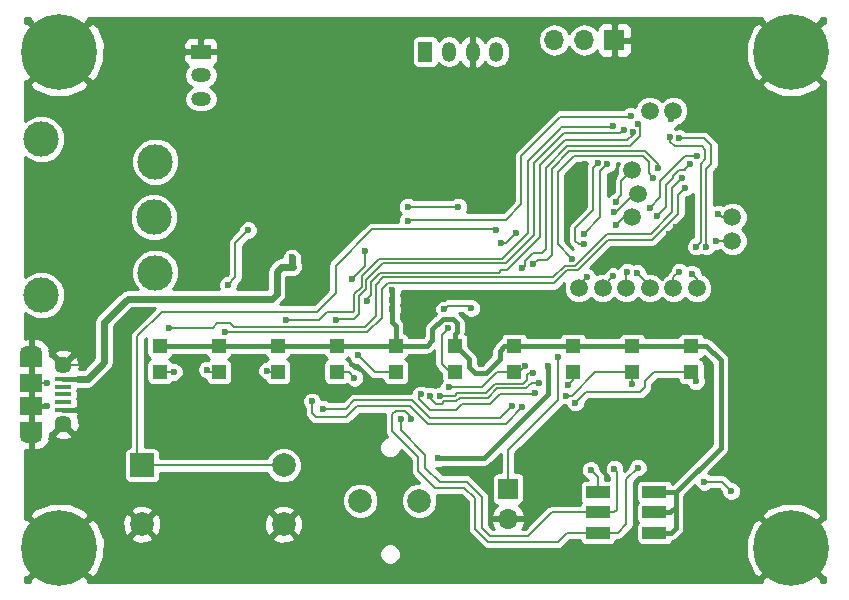
<source format=gtl>
G04 #@! TF.FileFunction,Copper,L1,Top,Signal*
%FSLAX46Y46*%
G04 Gerber Fmt 4.6, Leading zero omitted, Abs format (unit mm)*
G04 Created by KiCad (PCBNEW 4.0.7-e2-6376~58~ubuntu16.04.1) date Wed Aug 29 00:33:05 2018*
%MOMM*%
%LPD*%
G01*
G04 APERTURE LIST*
%ADD10C,0.100000*%
%ADD11C,3.000000*%
%ADD12C,0.600000*%
%ADD13R,2.000000X2.000000*%
%ADD14C,2.000000*%
%ADD15R,1.200000X1.200000*%
%ADD16R,2.000000X1.100000*%
%ADD17R,1.700000X1.700000*%
%ADD18O,1.700000X1.700000*%
%ADD19R,1.200000X1.700000*%
%ADD20O,1.200000X1.700000*%
%ADD21C,6.400000*%
%ADD22C,1.500000*%
%ADD23R,1.699260X1.198880*%
%ADD24O,1.699260X1.198880*%
%ADD25R,1.900000X1.500000*%
%ADD26C,1.450000*%
%ADD27R,1.350000X0.400000*%
%ADD28O,1.900000X1.200000*%
%ADD29R,1.900000X1.200000*%
%ADD30C,0.400000*%
%ADD31C,0.200000*%
%ADD32C,0.600000*%
%ADD33C,0.254000*%
G04 APERTURE END LIST*
D10*
D11*
X40127000Y-82699000D03*
X40000000Y-78000000D03*
X40127000Y-73301000D03*
X30475000Y-84604000D03*
X30475000Y-71396000D03*
D12*
X82000000Y-62000000D03*
X84000000Y-62000000D03*
X86000000Y-62000000D03*
X88000000Y-62000000D03*
X90000000Y-62000000D03*
X71000000Y-62000000D03*
X69000000Y-62000000D03*
X67000000Y-62000000D03*
X65000000Y-62000000D03*
X63000000Y-62000000D03*
X61000000Y-62000000D03*
X59000000Y-62000000D03*
X57000000Y-62000000D03*
X55000000Y-62000000D03*
X53000000Y-62000000D03*
X51000000Y-62000000D03*
X49000000Y-62000000D03*
X47000000Y-62000000D03*
X45000000Y-62000000D03*
X43000000Y-62000000D03*
X36000000Y-62000000D03*
X30000000Y-99000000D03*
X30000000Y-82000000D03*
X30000000Y-80000000D03*
X30000000Y-78000000D03*
X30000000Y-76000000D03*
X30000000Y-74000000D03*
X96000000Y-102000000D03*
X96000000Y-100000000D03*
X96000000Y-98000000D03*
X96000000Y-96000000D03*
X96000000Y-94000000D03*
X96000000Y-92000000D03*
X96000000Y-90000000D03*
X96000000Y-88000000D03*
X96000000Y-86000000D03*
X96000000Y-84000000D03*
X96000000Y-82000000D03*
X96000000Y-80000000D03*
X96000000Y-78000000D03*
X96000000Y-76000000D03*
X96000000Y-74000000D03*
X96000000Y-72000000D03*
X96000000Y-70000000D03*
X96000000Y-68000000D03*
X90000000Y-108000000D03*
X88000000Y-108000000D03*
X86000000Y-108000000D03*
X84000000Y-108000000D03*
X82000000Y-108000000D03*
X80000000Y-108000000D03*
X78000000Y-108000000D03*
X76000000Y-108000000D03*
X74000000Y-108000000D03*
X72000000Y-108000000D03*
X70000000Y-108000000D03*
X68000000Y-108000000D03*
X66000000Y-108000000D03*
X64000000Y-108000000D03*
X62000000Y-108000000D03*
X60000000Y-108000000D03*
X58000000Y-108000000D03*
X56000000Y-108000000D03*
X54000000Y-108000000D03*
X52000000Y-108000000D03*
X50000000Y-108000000D03*
X48000000Y-108000000D03*
X46000000Y-108000000D03*
X44000000Y-108000000D03*
X42000000Y-108000000D03*
X40000000Y-108000000D03*
X38000000Y-108000000D03*
D13*
X39000000Y-99000000D03*
D14*
X51000000Y-99000000D03*
X51000000Y-104000000D03*
X39000000Y-104000000D03*
D15*
X40500000Y-88900000D03*
X40500000Y-91100000D03*
X45500000Y-88900000D03*
X45500000Y-91100000D03*
X50500000Y-88900000D03*
X50500000Y-91100000D03*
X55500000Y-88900000D03*
X55500000Y-91100000D03*
X60500000Y-88900000D03*
X60500000Y-91100000D03*
X65500000Y-88900000D03*
X65500000Y-91100000D03*
X70500000Y-88900000D03*
X70500000Y-91100000D03*
X75500000Y-88900000D03*
X75500000Y-91100000D03*
X80500000Y-88900000D03*
X80500000Y-91100000D03*
X85500000Y-88900000D03*
X85500000Y-91100000D03*
D16*
X77600000Y-101300000D03*
X77600000Y-103000000D03*
X77600000Y-104700000D03*
X82400000Y-104700000D03*
X82400000Y-103000000D03*
X82400000Y-101300000D03*
D17*
X79000000Y-63000000D03*
D18*
X76460000Y-63000000D03*
X73920000Y-63000000D03*
D19*
X63000000Y-64000000D03*
D20*
X65000000Y-64000000D03*
X67000000Y-64000000D03*
X69000000Y-64000000D03*
D21*
X94000000Y-64000000D03*
X32000000Y-106000000D03*
X32000000Y-64000000D03*
X94000000Y-106000000D03*
D17*
X70000000Y-101000000D03*
D18*
X70000000Y-103540000D03*
D22*
X80500000Y-78000000D03*
X81000000Y-76000000D03*
X80500000Y-74000000D03*
X86000000Y-84000000D03*
X84000000Y-84000000D03*
X82000000Y-84000000D03*
X80000000Y-84000000D03*
X89000000Y-80000000D03*
X82000000Y-69000000D03*
X84000000Y-69000000D03*
X78000000Y-84000000D03*
X76000000Y-84000000D03*
X89000000Y-78000000D03*
D14*
X62500000Y-102000000D03*
X57500000Y-102000000D03*
D23*
X44000000Y-64001020D03*
D24*
X44000000Y-66000000D03*
X44000000Y-67998980D03*
D25*
X29650000Y-94000000D03*
D26*
X32350000Y-90500000D03*
D27*
X32350000Y-92350000D03*
X32350000Y-91700000D03*
X32350000Y-94300000D03*
X32350000Y-93650000D03*
X32350000Y-93000000D03*
D26*
X32350000Y-95500000D03*
D25*
X29650000Y-92000000D03*
D28*
X29650000Y-89500000D03*
X29650000Y-96500000D03*
D29*
X29650000Y-95900000D03*
X29650000Y-90100000D03*
D12*
X36000000Y-108000000D03*
X64100000Y-98400000D03*
X73400000Y-90600000D03*
X61500000Y-77100000D03*
X65800000Y-77100000D03*
X38100000Y-62000000D03*
X84200000Y-78800000D03*
X83600000Y-79400000D03*
X78900000Y-75700000D03*
X78300000Y-81500000D03*
X33600000Y-94300000D03*
X37000000Y-87600000D03*
X37000000Y-88600000D03*
X37000000Y-89600000D03*
X37000000Y-90600000D03*
X36400000Y-91400000D03*
X35700000Y-92100000D03*
X34900000Y-92800000D03*
X33900000Y-92900000D03*
X36800000Y-84200000D03*
X36100000Y-84900000D03*
X35400000Y-85600000D03*
X34700000Y-86300000D03*
X34600000Y-87300000D03*
X34600000Y-88300000D03*
X34600000Y-89300000D03*
X34100000Y-90100000D03*
X66700000Y-71700000D03*
X65700000Y-71600000D03*
X64700000Y-71600000D03*
X63700000Y-71600000D03*
X62700000Y-71600000D03*
X54100000Y-72000000D03*
X53300000Y-72000000D03*
X52300000Y-72000000D03*
X49900000Y-70400000D03*
X51500000Y-72000000D03*
X51400000Y-74000000D03*
X31000000Y-92000000D03*
X63100000Y-90900000D03*
X62100000Y-90900000D03*
X62100000Y-89900000D03*
X63100000Y-89900000D03*
X63900000Y-90950000D03*
X31000000Y-94000000D03*
X54400000Y-79000000D03*
X51600000Y-79000000D03*
X53000000Y-77800000D03*
X68000000Y-89300000D03*
X76500000Y-73500000D03*
X64800000Y-76000000D03*
X64800000Y-75000000D03*
X64800000Y-74100000D03*
X63800000Y-74100000D03*
X63800000Y-75000000D03*
X63800000Y-76000000D03*
X75100000Y-85600000D03*
X76200000Y-76100000D03*
X75500000Y-76100000D03*
X75100000Y-78000000D03*
X75700000Y-77400000D03*
X83100000Y-82700000D03*
X82300000Y-85800000D03*
X38100000Y-62000000D03*
X74200000Y-89800000D03*
X69400000Y-80200000D03*
X70700000Y-79300000D03*
X60200000Y-84200000D03*
X60200000Y-85000000D03*
X60200000Y-85800000D03*
X44500000Y-90900000D03*
X49600000Y-91000000D03*
X57000000Y-91600000D03*
X57300000Y-89700000D03*
X66900000Y-85700000D03*
X64600000Y-85800000D03*
X64900000Y-87400000D03*
X71400000Y-90600000D03*
X65000000Y-92400000D03*
X64200000Y-93100000D03*
X72100000Y-91200000D03*
X75100000Y-92200000D03*
X80500000Y-92100000D03*
X63400000Y-93100000D03*
X72600000Y-92000000D03*
X74900000Y-93100000D03*
X85900000Y-91900000D03*
X62600000Y-93000000D03*
X72300000Y-92900000D03*
X75700000Y-93700000D03*
X77000000Y-99400000D03*
X60900000Y-95100000D03*
X79000000Y-99300000D03*
X61800000Y-95100000D03*
X81000000Y-99200000D03*
X51700000Y-81400000D03*
X51800000Y-82200000D03*
X82000000Y-77200000D03*
X86000000Y-72800000D03*
X82600000Y-77900000D03*
X85400000Y-73500000D03*
X77600000Y-73400000D03*
X76400000Y-80300000D03*
X78400000Y-73500000D03*
X76400000Y-79400000D03*
X57900000Y-80900000D03*
X56800000Y-83200000D03*
X84700000Y-74700000D03*
X41300000Y-87400000D03*
X46000000Y-87700000D03*
X85000000Y-75500000D03*
X51200000Y-86700000D03*
X78900000Y-70300000D03*
X79800000Y-70600000D03*
X55400000Y-86700000D03*
X46300000Y-83700000D03*
X48000000Y-79100000D03*
X58100000Y-85100000D03*
X80600000Y-70800000D03*
X61500000Y-78300000D03*
X80400000Y-69400000D03*
X81000000Y-70100000D03*
X71200000Y-82300000D03*
X82700000Y-73800000D03*
X72100000Y-82000000D03*
X75400000Y-81500000D03*
X82300000Y-74700000D03*
X83700000Y-71200000D03*
X85900000Y-80500000D03*
X86800000Y-80500000D03*
X84500000Y-71300000D03*
X71200000Y-94100000D03*
X53400000Y-93600000D03*
X70300000Y-94000000D03*
X54300000Y-94200000D03*
X69000000Y-79100000D03*
X79100000Y-78700000D03*
X79000000Y-77600000D03*
X79100000Y-76700000D03*
X85600000Y-82800000D03*
X84500000Y-82600000D03*
X80900000Y-82700000D03*
X80100000Y-82600000D03*
X87600000Y-80000000D03*
X82100000Y-69400000D03*
X83800000Y-69700000D03*
X78900000Y-83000000D03*
X76700000Y-83100000D03*
X87800000Y-77700000D03*
X86600000Y-100400000D03*
X88900000Y-101200000D03*
X41700000Y-91100000D03*
D30*
X68000000Y-98400000D02*
X64100000Y-98400000D01*
X73400000Y-93000000D02*
X68000000Y-98400000D01*
X73400000Y-90600000D02*
X73400000Y-93000000D01*
D31*
X61500000Y-77100000D02*
X65800000Y-77100000D01*
X83600000Y-79400000D02*
X84200000Y-78800000D01*
X33600000Y-94300000D02*
X33600000Y-93200000D01*
D30*
X32350000Y-94300000D02*
X33600000Y-94300000D01*
D31*
X37000000Y-89600000D02*
X37000000Y-88600000D01*
X37000000Y-90800000D02*
X37000000Y-90600000D01*
X36400000Y-91400000D02*
X37000000Y-90800000D01*
X35600000Y-92100000D02*
X35700000Y-92100000D01*
X34900000Y-92800000D02*
X35600000Y-92100000D01*
X33600000Y-93200000D02*
X33900000Y-92900000D01*
X32350000Y-90500000D02*
X33700000Y-90500000D01*
X35400000Y-85600000D02*
X36100000Y-84900000D01*
X34700000Y-87200000D02*
X34700000Y-86300000D01*
X34600000Y-87300000D02*
X34700000Y-87200000D01*
X34600000Y-89300000D02*
X34600000Y-88300000D01*
X33700000Y-90500000D02*
X34100000Y-90100000D01*
X64700000Y-71600000D02*
X65700000Y-71600000D01*
X62700000Y-71600000D02*
X63700000Y-71600000D01*
X52300000Y-72000000D02*
X53300000Y-72000000D01*
X29650000Y-92000000D02*
X31000000Y-92000000D01*
X63100000Y-90900000D02*
X62100000Y-90900000D01*
X62100000Y-89900000D02*
X63100000Y-89900000D01*
D30*
X29650000Y-94000000D02*
X31000000Y-94000000D01*
D31*
X64800000Y-75000000D02*
X64800000Y-76000000D01*
X63800000Y-74100000D02*
X64800000Y-74100000D01*
X63800000Y-76000000D02*
X63800000Y-75000000D01*
X70000000Y-97700000D02*
X70000000Y-101000000D01*
X74200000Y-93500000D02*
X74200000Y-89800000D01*
X70000000Y-97700000D02*
X74200000Y-93500000D01*
X69800000Y-80200000D02*
X69400000Y-80200000D01*
X70700000Y-79300000D02*
X69800000Y-80200000D01*
D30*
X65500000Y-88900000D02*
X65600000Y-88900000D01*
X65600000Y-88900000D02*
X66700000Y-90000000D01*
X69700000Y-88900000D02*
X70500000Y-88900000D01*
X69300000Y-89300000D02*
X69700000Y-88900000D01*
X69300000Y-90000000D02*
X69300000Y-89300000D01*
X68100000Y-91200000D02*
X69300000Y-90000000D01*
X67200000Y-91200000D02*
X68100000Y-91200000D01*
X66700000Y-90700000D02*
X67200000Y-91200000D01*
X66700000Y-90000000D02*
X66700000Y-90700000D01*
X65500000Y-88900000D02*
X65500000Y-87900000D01*
X63100000Y-88900000D02*
X60500000Y-88900000D01*
X63600000Y-88400000D02*
X63100000Y-88900000D01*
X63600000Y-87500000D02*
X63600000Y-88400000D01*
X64500000Y-86600000D02*
X63600000Y-87500000D01*
X65300000Y-86600000D02*
X64500000Y-86600000D01*
X65700000Y-87000000D02*
X65300000Y-86600000D01*
X65700000Y-87700000D02*
X65700000Y-87000000D01*
X65500000Y-87900000D02*
X65700000Y-87700000D01*
X60200000Y-85000000D02*
X60200000Y-84200000D01*
X60200000Y-85800000D02*
X60200000Y-85000000D01*
X60200000Y-85800000D02*
X60200000Y-86500000D01*
X60500000Y-87200000D02*
X60200000Y-86900000D01*
X60200000Y-86900000D02*
X60200000Y-86500000D01*
X60500000Y-87200000D02*
X60500000Y-88900000D01*
X82400000Y-103000000D02*
X83700000Y-103000000D01*
X83700000Y-103000000D02*
X84200000Y-102500000D01*
X82400000Y-104700000D02*
X83800000Y-104700000D01*
X84200000Y-104300000D02*
X84200000Y-102500000D01*
X84200000Y-102500000D02*
X84200000Y-101300000D01*
X83800000Y-104700000D02*
X84200000Y-104300000D01*
X82400000Y-101300000D02*
X84200000Y-101300000D01*
X88000000Y-97500000D02*
X88000000Y-90100000D01*
X84200000Y-101300000D02*
X88000000Y-97500000D01*
X86800000Y-88900000D02*
X85500000Y-88900000D01*
X88000000Y-90100000D02*
X86800000Y-88900000D01*
X45500000Y-88900000D02*
X50500000Y-88900000D01*
X50500000Y-88900000D02*
X55500000Y-88900000D01*
X55500000Y-88900000D02*
X60500000Y-88900000D01*
X70500000Y-88900000D02*
X75500000Y-88900000D01*
X75500000Y-88900000D02*
X80500000Y-88900000D01*
X80500000Y-88900000D02*
X85500000Y-88900000D01*
X40500000Y-88900000D02*
X45500000Y-88900000D01*
D31*
X44500000Y-90900000D02*
X44700000Y-91100000D01*
X44700000Y-91100000D02*
X45500000Y-91100000D01*
X50500000Y-91100000D02*
X49700000Y-91100000D01*
X49700000Y-91100000D02*
X49600000Y-91000000D01*
X56500000Y-91100000D02*
X55500000Y-91100000D01*
X57000000Y-91600000D02*
X56500000Y-91100000D01*
X60500000Y-91100000D02*
X58700000Y-91100000D01*
X58700000Y-91100000D02*
X57300000Y-89700000D01*
X66700000Y-85500000D02*
X66900000Y-85700000D01*
X64900000Y-85500000D02*
X66700000Y-85500000D01*
X64600000Y-85800000D02*
X64900000Y-85500000D01*
X64900000Y-87500000D02*
X64900000Y-87400000D01*
X64400000Y-88000000D02*
X64900000Y-87500000D01*
X64400000Y-90400000D02*
X64400000Y-88000000D01*
X64400000Y-90400000D02*
X65100000Y-91100000D01*
X65500000Y-91100000D02*
X65100000Y-91100000D01*
X71400000Y-90600000D02*
X70900000Y-91100000D01*
X70900000Y-91100000D02*
X70500000Y-91100000D01*
X69100000Y-91100000D02*
X67800000Y-92400000D01*
X67800000Y-92400000D02*
X65000000Y-92400000D01*
X70500000Y-91100000D02*
X69100000Y-91100000D01*
X71600000Y-91400000D02*
X71800000Y-91200000D01*
X71800000Y-91200000D02*
X72100000Y-91200000D01*
X75500000Y-91100000D02*
X75500000Y-91800000D01*
X64200000Y-93100000D02*
X65500000Y-93100000D01*
X65700000Y-92900000D02*
X65500000Y-93100000D01*
X68100000Y-92900000D02*
X65700000Y-92900000D01*
X68900000Y-92100000D02*
X68100000Y-92900000D01*
X71300000Y-92100000D02*
X68900000Y-92100000D01*
X71600000Y-91800000D02*
X71300000Y-92100000D01*
X75500000Y-91800000D02*
X75100000Y-92200000D01*
X71600000Y-91800000D02*
X71600000Y-91400000D01*
X80500000Y-92100000D02*
X80500000Y-91100000D01*
X71500000Y-92500000D02*
X69100000Y-92500000D01*
X69100000Y-92500000D02*
X68304998Y-93295002D01*
X68304998Y-93295002D02*
X65904998Y-93295002D01*
X65904998Y-93295002D02*
X65600000Y-93600000D01*
X65600000Y-93600000D02*
X64600000Y-93600000D01*
X64600000Y-93600000D02*
X64400000Y-93800000D01*
X64400000Y-93800000D02*
X63900000Y-93800000D01*
X63900000Y-93800000D02*
X63400000Y-93300000D01*
X63400000Y-93300000D02*
X63400000Y-93100000D01*
X80500000Y-91100000D02*
X77400000Y-91100000D01*
X72000000Y-92000000D02*
X71670691Y-92329309D01*
X72600000Y-92000000D02*
X72000000Y-92000000D01*
X75400000Y-93100000D02*
X74900000Y-93100000D01*
X77400000Y-91100000D02*
X75400000Y-93100000D01*
X71670691Y-92329309D02*
X71500000Y-92500000D01*
X85500000Y-91100000D02*
X85500000Y-91500000D01*
X85500000Y-91500000D02*
X85900000Y-91900000D01*
X62500000Y-93100000D02*
X62600000Y-93000000D01*
X85500000Y-91100000D02*
X82400000Y-91100000D01*
X63400000Y-94300000D02*
X62500000Y-93400000D01*
X65600000Y-94300000D02*
X63400000Y-94300000D01*
X66100000Y-93800000D02*
X65600000Y-94300000D01*
X68500000Y-93800000D02*
X66100000Y-93800000D01*
X69300000Y-93000000D02*
X68500000Y-93800000D01*
X72200000Y-93000000D02*
X69300000Y-93000000D01*
X72300000Y-92900000D02*
X72200000Y-93000000D01*
X76600000Y-92800000D02*
X75700000Y-93700000D01*
X81200000Y-92800000D02*
X76600000Y-92800000D01*
X81600000Y-92400000D02*
X81200000Y-92800000D01*
X81600000Y-91900000D02*
X81600000Y-92400000D01*
X82400000Y-91100000D02*
X81600000Y-91900000D01*
X62500000Y-93400000D02*
X62500000Y-93100000D01*
X77600000Y-101300000D02*
X77600000Y-100000000D01*
X77600000Y-100000000D02*
X77000000Y-99400000D01*
X60900000Y-95100000D02*
X60900000Y-96000000D01*
X73700000Y-103000000D02*
X77600000Y-103000000D01*
X71700000Y-105000000D02*
X73700000Y-103000000D01*
X68500000Y-105000000D02*
X71700000Y-105000000D01*
X67800000Y-104300000D02*
X68500000Y-105000000D01*
X67800000Y-101700000D02*
X67800000Y-104300000D01*
X66500000Y-100400000D02*
X67800000Y-101700000D01*
X64200000Y-100400000D02*
X66500000Y-100400000D01*
X63000000Y-99200000D02*
X64200000Y-100400000D01*
X63000000Y-98100000D02*
X63000000Y-99200000D01*
X60900000Y-96000000D02*
X63000000Y-98100000D01*
X77600000Y-103000000D02*
X79000000Y-103000000D01*
X79000000Y-103000000D02*
X79200000Y-102800000D01*
X79200000Y-102800000D02*
X79200000Y-99500000D01*
X79200000Y-99500000D02*
X79000000Y-99300000D01*
X61800000Y-95100000D02*
X61800000Y-94900000D01*
X75000000Y-104700000D02*
X77600000Y-104700000D01*
X74200000Y-105500000D02*
X75000000Y-104700000D01*
X68300000Y-105500000D02*
X74200000Y-105500000D01*
X67200000Y-104400000D02*
X68300000Y-105500000D01*
X67200000Y-101800000D02*
X67200000Y-104400000D01*
X66300000Y-100900000D02*
X67200000Y-101800000D01*
X63800000Y-100900000D02*
X66300000Y-100900000D01*
X62400000Y-99500000D02*
X63800000Y-100900000D01*
X62400000Y-98300000D02*
X62400000Y-99500000D01*
X60200000Y-96100000D02*
X62400000Y-98300000D01*
X60200000Y-94700000D02*
X60200000Y-96100000D01*
X60500000Y-94400000D02*
X60200000Y-94700000D01*
X61300000Y-94400000D02*
X60500000Y-94400000D01*
X61800000Y-94900000D02*
X61300000Y-94400000D01*
X79300000Y-104700000D02*
X80000000Y-104000000D01*
X80000000Y-104000000D02*
X80000000Y-100200000D01*
X80000000Y-100200000D02*
X81000000Y-99200000D01*
X77600000Y-104700000D02*
X79300000Y-104700000D01*
D32*
X51700000Y-81400000D02*
X51700000Y-82100000D01*
X51700000Y-82100000D02*
X51800000Y-82200000D01*
X50400000Y-84000000D02*
X50400000Y-82600000D01*
X50400000Y-82600000D02*
X50800000Y-82200000D01*
X50800000Y-82200000D02*
X51800000Y-82200000D01*
X33600000Y-91700000D02*
X34400000Y-91700000D01*
X50400000Y-84500000D02*
X50400000Y-84000000D01*
X50000000Y-84900000D02*
X50400000Y-84500000D01*
X37800000Y-84900000D02*
X50000000Y-84900000D01*
X35800000Y-86900000D02*
X37800000Y-84900000D01*
X35800000Y-90300000D02*
X35800000Y-86900000D01*
X34400000Y-91700000D02*
X35800000Y-90300000D01*
D30*
X32350000Y-91700000D02*
X33600000Y-91700000D01*
X33600000Y-91700000D02*
X33700000Y-91700000D01*
D31*
X82900000Y-75300000D02*
X82900000Y-75000000D01*
X82900000Y-76100000D02*
X82900000Y-75300000D01*
X82900000Y-76300000D02*
X82900000Y-76100000D01*
X82000000Y-77200000D02*
X82900000Y-76300000D01*
X82900000Y-74900000D02*
X82900000Y-75000000D01*
X85000000Y-72800000D02*
X86000000Y-72800000D01*
X82900000Y-74900000D02*
X85000000Y-72800000D01*
X82900000Y-75000000D02*
X82900000Y-75041382D01*
X83400000Y-77100000D02*
X83400000Y-76900000D01*
X82600000Y-77900000D02*
X83400000Y-77100000D01*
X85000000Y-74000000D02*
X85000000Y-73900000D01*
X84000000Y-74500000D02*
X84500000Y-74000000D01*
X84000000Y-74700000D02*
X84000000Y-74500000D01*
X83400000Y-75300000D02*
X84000000Y-74700000D01*
X83400000Y-76800000D02*
X83400000Y-75300000D01*
X84500000Y-74000000D02*
X85000000Y-74000000D01*
X85000000Y-73900000D02*
X85400000Y-73500000D01*
X77200000Y-73800000D02*
X77600000Y-73400000D01*
X76400000Y-80300000D02*
X76000000Y-80300000D01*
X77200000Y-77400000D02*
X77200000Y-74000000D01*
X75700000Y-78900000D02*
X77200000Y-77400000D01*
X75700000Y-80000000D02*
X75700000Y-78900000D01*
X76000000Y-80300000D02*
X75700000Y-80000000D01*
X77200000Y-74000000D02*
X77200000Y-73800000D01*
X77800000Y-74100000D02*
X78400000Y-73500000D01*
X76400000Y-79400000D02*
X77800000Y-78000000D01*
X77800000Y-78000000D02*
X77800000Y-74100000D01*
X57900000Y-82100000D02*
X57900000Y-80900000D01*
X56800000Y-83200000D02*
X57900000Y-82100000D01*
X76600000Y-81200000D02*
X78400000Y-79400000D01*
X73800000Y-83100000D02*
X74800000Y-82100000D01*
X74800000Y-82100000D02*
X75700000Y-82100000D01*
X75700000Y-82100000D02*
X76600000Y-81200000D01*
X82100000Y-79400000D02*
X83900000Y-77600000D01*
X83900000Y-77600000D02*
X83900000Y-75500000D01*
X83900000Y-75500000D02*
X84700000Y-74700000D01*
X41300000Y-87400000D02*
X45000000Y-87400000D01*
X59400000Y-83100000D02*
X70700000Y-83100000D01*
X58800000Y-83700000D02*
X59400000Y-83100000D01*
X58800000Y-86400000D02*
X58800000Y-83700000D01*
X57895002Y-87304998D02*
X58800000Y-86400000D01*
X46800000Y-87304998D02*
X57895002Y-87304998D01*
X46495002Y-87000000D02*
X46800000Y-87304998D01*
X45400000Y-87000000D02*
X46495002Y-87000000D01*
X45000000Y-87400000D02*
X45400000Y-87000000D01*
X70700000Y-83100000D02*
X73800000Y-83100000D01*
X78400000Y-79400000D02*
X82100000Y-79400000D01*
X75900000Y-82500000D02*
X78100000Y-80300000D01*
X73900000Y-83600000D02*
X75000000Y-82500000D01*
X75000000Y-82500000D02*
X75900000Y-82500000D01*
X46000000Y-87700000D02*
X58100000Y-87700000D01*
X59800000Y-83600000D02*
X70900000Y-83600000D01*
X59300000Y-84100000D02*
X59800000Y-83600000D01*
X59300000Y-86500000D02*
X59300000Y-84100000D01*
X58100000Y-87700000D02*
X59300000Y-86500000D01*
X70900000Y-83600000D02*
X73900000Y-83600000D01*
X84400000Y-76100000D02*
X85000000Y-75500000D01*
X84400000Y-77700000D02*
X84400000Y-76100000D01*
X82200000Y-79900000D02*
X84400000Y-77700000D01*
X78500000Y-79900000D02*
X82200000Y-79900000D01*
X78100000Y-80300000D02*
X78500000Y-79900000D01*
X69500000Y-81500000D02*
X59100000Y-81500000D01*
X54000000Y-86700000D02*
X54700000Y-86000000D01*
X54700000Y-86000000D02*
X56900000Y-86000000D01*
X56900000Y-86000000D02*
X57000000Y-85900000D01*
X57000000Y-85900000D02*
X57000000Y-84504998D01*
X57000000Y-84504998D02*
X57604998Y-83900000D01*
X57604998Y-83900000D02*
X57604998Y-82995002D01*
X57604998Y-82995002D02*
X59100000Y-81500000D01*
X71700000Y-73200000D02*
X74300000Y-70600000D01*
X69500000Y-81500000D02*
X71700000Y-79300000D01*
X71700000Y-79300000D02*
X71700000Y-73200000D01*
X51200000Y-86700000D02*
X53500000Y-86700000D01*
X78800000Y-70400000D02*
X78900000Y-70300000D01*
X74500000Y-70400000D02*
X78800000Y-70400000D01*
X74400000Y-70500000D02*
X74500000Y-70400000D01*
X74300000Y-70600000D02*
X74400000Y-70500000D01*
X53500000Y-86700000D02*
X54000000Y-86700000D01*
X57000000Y-86600000D02*
X57400000Y-86200000D01*
X57400000Y-86200000D02*
X57400000Y-84700000D01*
X57400000Y-84700000D02*
X58000000Y-84100000D01*
X58000000Y-84100000D02*
X58000000Y-83300000D01*
X58000000Y-83300000D02*
X59404998Y-81895002D01*
X72200000Y-79500000D02*
X72200000Y-73400000D01*
X69804998Y-81895002D02*
X72200000Y-79500000D01*
X59404998Y-81895002D02*
X69800000Y-81895002D01*
X69800000Y-81895002D02*
X69804998Y-81895002D01*
X79500000Y-70900000D02*
X79800000Y-70600000D01*
X74700000Y-70900000D02*
X79500000Y-70900000D01*
X72200000Y-73400000D02*
X74700000Y-70900000D01*
X56500000Y-86600000D02*
X57000000Y-86600000D01*
X55500000Y-86600000D02*
X56500000Y-86600000D01*
X55400000Y-86700000D02*
X55500000Y-86600000D01*
X46900000Y-83100000D02*
X46300000Y-83700000D01*
X46900000Y-80200000D02*
X46900000Y-83100000D01*
X48000000Y-79100000D02*
X46900000Y-80200000D01*
X59000000Y-82900000D02*
X59200000Y-82700000D01*
X58100000Y-84900000D02*
X58400000Y-84600000D01*
X58400000Y-84600000D02*
X58400000Y-83500000D01*
X58400000Y-83500000D02*
X59000000Y-82900000D01*
X58100000Y-85100000D02*
X58100000Y-84900000D01*
X69200000Y-82700000D02*
X69400000Y-82500000D01*
X59200000Y-82700000D02*
X69200000Y-82700000D01*
X72700000Y-73600000D02*
X74800000Y-71500000D01*
X69900000Y-82500000D02*
X72700000Y-79700000D01*
X72700000Y-79700000D02*
X72700000Y-73600000D01*
X69400000Y-82500000D02*
X69900000Y-82500000D01*
X80600000Y-71000000D02*
X80600000Y-70800000D01*
X80100000Y-71500000D02*
X80600000Y-71000000D01*
X74800000Y-71500000D02*
X80100000Y-71500000D01*
X69400000Y-82500000D02*
X69500000Y-82500000D01*
X69800000Y-78200000D02*
X71100000Y-76900000D01*
X71100000Y-76900000D02*
X71100000Y-72800000D01*
X71100000Y-72800000D02*
X74400000Y-69500000D01*
X74400000Y-69500000D02*
X79800000Y-69500000D01*
X61600000Y-78200000D02*
X65500000Y-78200000D01*
X61500000Y-78300000D02*
X61600000Y-78200000D01*
X65500000Y-78200000D02*
X69800000Y-78200000D01*
X80300000Y-69500000D02*
X79800000Y-69500000D01*
X80400000Y-69400000D02*
X80300000Y-69500000D01*
X72600000Y-81000000D02*
X72900000Y-81000000D01*
X75000000Y-72000000D02*
X80295002Y-72000000D01*
X80295002Y-72000000D02*
X81200000Y-71095002D01*
X81200000Y-71095002D02*
X81200000Y-70300000D01*
X81200000Y-70300000D02*
X81000000Y-70100000D01*
X73200000Y-73800000D02*
X75000000Y-72000000D01*
X71200000Y-82300000D02*
X71400000Y-82100000D01*
X71400000Y-82100000D02*
X71400000Y-81700000D01*
X71400000Y-81700000D02*
X72100000Y-81000000D01*
X72100000Y-81000000D02*
X72600000Y-81000000D01*
X73200000Y-80700000D02*
X73200000Y-73800000D01*
X72900000Y-81000000D02*
X73200000Y-80700000D01*
X73700000Y-73900000D02*
X75200000Y-72400000D01*
X82700000Y-73800000D02*
X82700000Y-73500000D01*
X81600000Y-72400000D02*
X75200000Y-72400000D01*
X82700000Y-73500000D02*
X81600000Y-72400000D01*
X73700000Y-81200000D02*
X73700000Y-74000000D01*
X73700000Y-74000000D02*
X73700000Y-73900000D01*
X73300000Y-81600000D02*
X73700000Y-81200000D01*
X72500000Y-81600000D02*
X73300000Y-81600000D01*
X72100000Y-82000000D02*
X72500000Y-81600000D01*
X81900000Y-74300000D02*
X82300000Y-74700000D01*
X81400000Y-72800000D02*
X81900000Y-73300000D01*
X74200000Y-74200000D02*
X75600000Y-72800000D01*
X74200000Y-80300000D02*
X74200000Y-74200000D01*
X75400000Y-81500000D02*
X74200000Y-80300000D01*
X75600000Y-72800000D02*
X81000000Y-72800000D01*
X81000000Y-72800000D02*
X81400000Y-72800000D01*
X81900000Y-73300000D02*
X81900000Y-74300000D01*
X86300000Y-75000000D02*
X86300000Y-80100000D01*
X86300000Y-74200000D02*
X86300000Y-73500000D01*
X86300000Y-74300000D02*
X86300000Y-74200000D01*
X86300000Y-75000000D02*
X86300000Y-74300000D01*
X86000000Y-72000000D02*
X84100000Y-72000000D01*
X84100000Y-72000000D02*
X83700000Y-71600000D01*
X83700000Y-71600000D02*
X83700000Y-71200000D01*
X86400000Y-72000000D02*
X86000000Y-72000000D01*
X86700000Y-72300000D02*
X86400000Y-72000000D01*
X86700000Y-73100000D02*
X86700000Y-72300000D01*
X86300000Y-73500000D02*
X86700000Y-73100000D01*
X85900000Y-80500000D02*
X86300000Y-80100000D01*
X87200000Y-73200000D02*
X87200000Y-73500000D01*
X86800000Y-73900000D02*
X86800000Y-80500000D01*
X86100000Y-71300000D02*
X84500000Y-71300000D01*
X86600000Y-71300000D02*
X86100000Y-71300000D01*
X87200000Y-71900000D02*
X86600000Y-71300000D01*
X87200000Y-73200000D02*
X87200000Y-71900000D01*
X87200000Y-73500000D02*
X86800000Y-73900000D01*
X61700000Y-94000000D02*
X57200000Y-94000000D01*
X63200000Y-95500000D02*
X61700000Y-94000000D01*
X69800000Y-95500000D02*
X71200000Y-94100000D01*
X69400000Y-95500000D02*
X69800000Y-95500000D01*
X69400000Y-95500000D02*
X63200000Y-95500000D01*
X53400000Y-94600000D02*
X53400000Y-93600000D01*
X53700000Y-94900000D02*
X53400000Y-94600000D01*
X56300000Y-94900000D02*
X53700000Y-94900000D01*
X57200000Y-94000000D02*
X56300000Y-94900000D01*
X61900000Y-93500000D02*
X57000000Y-93500000D01*
X68700000Y-95000000D02*
X63400000Y-95000000D01*
X70300000Y-94000000D02*
X69300000Y-95000000D01*
X69300000Y-95000000D02*
X68700000Y-95000000D01*
X63400000Y-95000000D02*
X61900000Y-93500000D01*
X56300000Y-94200000D02*
X54300000Y-94200000D01*
X57000000Y-93500000D02*
X56300000Y-94200000D01*
X51000000Y-99000000D02*
X39000000Y-99000000D01*
X38600000Y-88100000D02*
X38600000Y-98600000D01*
X40700000Y-86000000D02*
X38600000Y-88100000D01*
X53800000Y-86000000D02*
X40700000Y-86000000D01*
X55400000Y-84400000D02*
X53800000Y-86000000D01*
X55400000Y-82100000D02*
X55400000Y-84400000D01*
X58500000Y-79000000D02*
X55400000Y-82100000D01*
X68900000Y-79000000D02*
X58500000Y-79000000D01*
X69000000Y-79100000D02*
X68900000Y-79000000D01*
X38600000Y-98600000D02*
X39000000Y-99000000D01*
X79100000Y-78700000D02*
X79800000Y-78000000D01*
X79800000Y-78000000D02*
X80500000Y-78000000D01*
X80300000Y-78200000D02*
X80500000Y-78000000D01*
X79000000Y-77600000D02*
X79100000Y-77600000D01*
X79100000Y-77600000D02*
X80700000Y-76000000D01*
X80700000Y-76000000D02*
X81000000Y-76000000D01*
X80600000Y-76000000D02*
X81000000Y-76000000D01*
X79100000Y-76700000D02*
X79100000Y-76600000D01*
X79600000Y-74900000D02*
X80500000Y-74000000D01*
X79600000Y-76100000D02*
X79600000Y-74900000D01*
X79100000Y-76600000D02*
X79600000Y-76100000D01*
X86000000Y-83200000D02*
X86000000Y-84000000D01*
X85600000Y-82800000D02*
X86000000Y-83200000D01*
X84000000Y-83100000D02*
X84000000Y-84000000D01*
X84500000Y-82600000D02*
X84000000Y-83100000D01*
X80900000Y-82700000D02*
X82000000Y-83800000D01*
X82000000Y-83800000D02*
X82000000Y-84000000D01*
X80000000Y-84000000D02*
X80000000Y-82700000D01*
X80000000Y-82700000D02*
X80100000Y-82600000D01*
X87600000Y-80000000D02*
X89000000Y-80000000D01*
X82100000Y-69400000D02*
X82000000Y-69300000D01*
X82000000Y-69300000D02*
X82000000Y-69000000D01*
X83800000Y-69700000D02*
X84000000Y-69500000D01*
X84000000Y-69500000D02*
X84000000Y-69000000D01*
X78900000Y-83000000D02*
X78000000Y-83900000D01*
X78000000Y-83900000D02*
X78000000Y-84000000D01*
X76700000Y-83100000D02*
X76000000Y-83800000D01*
X76000000Y-83800000D02*
X76000000Y-84000000D01*
X88100000Y-78000000D02*
X89000000Y-78000000D01*
X87800000Y-77700000D02*
X88100000Y-78000000D01*
X88100000Y-100400000D02*
X86600000Y-100400000D01*
X88900000Y-101200000D02*
X88100000Y-100400000D01*
X40500000Y-91100000D02*
X41700000Y-91100000D01*
D33*
G36*
X29438695Y-61259090D02*
X32000000Y-63820395D01*
X34561305Y-61259090D01*
X34463472Y-61127000D01*
X91536528Y-61127000D01*
X91438695Y-61259090D01*
X94000000Y-63820395D01*
X96561305Y-61259090D01*
X96463472Y-61127000D01*
X96873000Y-61127000D01*
X96873000Y-61536528D01*
X96740910Y-61438695D01*
X94179605Y-64000000D01*
X96740910Y-66561305D01*
X96873000Y-66463472D01*
X96873000Y-103536528D01*
X96740910Y-103438695D01*
X94179605Y-106000000D01*
X96740910Y-108561305D01*
X96873000Y-108463472D01*
X96873000Y-108873000D01*
X96463472Y-108873000D01*
X96561305Y-108740910D01*
X94000000Y-106179605D01*
X91438695Y-108740910D01*
X91536528Y-108873000D01*
X34463472Y-108873000D01*
X34561305Y-108740910D01*
X32000000Y-106179605D01*
X29438695Y-108740910D01*
X29536528Y-108873000D01*
X29127000Y-108873000D01*
X29127000Y-108463472D01*
X29259090Y-108561305D01*
X31820395Y-106000000D01*
X32179605Y-106000000D01*
X34740910Y-108561305D01*
X35236343Y-108194360D01*
X35829736Y-106788829D01*
X35830450Y-106683583D01*
X59072839Y-106683583D01*
X59213669Y-107024417D01*
X59474211Y-107285414D01*
X59814799Y-107426839D01*
X60183583Y-107427161D01*
X60524417Y-107286331D01*
X60785414Y-107025789D01*
X60905416Y-106736793D01*
X90159913Y-106736793D01*
X90734181Y-108150246D01*
X90763657Y-108194360D01*
X91259090Y-108561305D01*
X93820395Y-106000000D01*
X91259090Y-103438695D01*
X90763657Y-103805640D01*
X90170264Y-105211171D01*
X90159913Y-106736793D01*
X60905416Y-106736793D01*
X60926839Y-106685201D01*
X60927161Y-106316417D01*
X60786331Y-105975583D01*
X60525789Y-105714586D01*
X60185201Y-105573161D01*
X59816417Y-105572839D01*
X59475583Y-105713669D01*
X59214586Y-105974211D01*
X59073161Y-106314799D01*
X59072839Y-106683583D01*
X35830450Y-106683583D01*
X35840087Y-105263207D01*
X35795122Y-105152532D01*
X38027073Y-105152532D01*
X38125736Y-105419387D01*
X38735461Y-105645908D01*
X39385460Y-105621856D01*
X39874264Y-105419387D01*
X39972927Y-105152532D01*
X50027073Y-105152532D01*
X50125736Y-105419387D01*
X50735461Y-105645908D01*
X51385460Y-105621856D01*
X51874264Y-105419387D01*
X51972927Y-105152532D01*
X51000000Y-104179605D01*
X50027073Y-105152532D01*
X39972927Y-105152532D01*
X39000000Y-104179605D01*
X38027073Y-105152532D01*
X35795122Y-105152532D01*
X35265819Y-103849754D01*
X35236343Y-103805640D01*
X35141591Y-103735461D01*
X37354092Y-103735461D01*
X37378144Y-104385460D01*
X37580613Y-104874264D01*
X37847468Y-104972927D01*
X38820395Y-104000000D01*
X39179605Y-104000000D01*
X40152532Y-104972927D01*
X40419387Y-104874264D01*
X40645908Y-104264539D01*
X40626331Y-103735461D01*
X49354092Y-103735461D01*
X49378144Y-104385460D01*
X49580613Y-104874264D01*
X49847468Y-104972927D01*
X50820395Y-104000000D01*
X51179605Y-104000000D01*
X52152532Y-104972927D01*
X52419387Y-104874264D01*
X52645908Y-104264539D01*
X52621856Y-103614540D01*
X52419387Y-103125736D01*
X52152532Y-103027073D01*
X51179605Y-104000000D01*
X50820395Y-104000000D01*
X49847468Y-103027073D01*
X49580613Y-103125736D01*
X49354092Y-103735461D01*
X40626331Y-103735461D01*
X40621856Y-103614540D01*
X40419387Y-103125736D01*
X40152532Y-103027073D01*
X39179605Y-104000000D01*
X38820395Y-104000000D01*
X37847468Y-103027073D01*
X37580613Y-103125736D01*
X37354092Y-103735461D01*
X35141591Y-103735461D01*
X34740910Y-103438695D01*
X32179605Y-106000000D01*
X31820395Y-106000000D01*
X29259090Y-103438695D01*
X29127000Y-103536528D01*
X29127000Y-103259090D01*
X29438695Y-103259090D01*
X32000000Y-105820395D01*
X34561305Y-103259090D01*
X34256436Y-102847468D01*
X38027073Y-102847468D01*
X39000000Y-103820395D01*
X39972927Y-102847468D01*
X50027073Y-102847468D01*
X51000000Y-103820395D01*
X51972927Y-102847468D01*
X51874264Y-102580613D01*
X51264539Y-102354092D01*
X50614540Y-102378144D01*
X50125736Y-102580613D01*
X50027073Y-102847468D01*
X39972927Y-102847468D01*
X39874264Y-102580613D01*
X39264539Y-102354092D01*
X38614540Y-102378144D01*
X38125736Y-102580613D01*
X38027073Y-102847468D01*
X34256436Y-102847468D01*
X34194360Y-102763657D01*
X33101828Y-102302407D01*
X55972735Y-102302407D01*
X56204717Y-102863846D01*
X56633894Y-103293773D01*
X57194928Y-103526735D01*
X57802407Y-103527265D01*
X58363846Y-103295283D01*
X58793773Y-102866106D01*
X59026735Y-102305072D01*
X59027265Y-101697593D01*
X58795283Y-101136154D01*
X58366106Y-100706227D01*
X57805072Y-100473265D01*
X57197593Y-100472735D01*
X56636154Y-100704717D01*
X56206227Y-101133894D01*
X55973265Y-101694928D01*
X55972735Y-102302407D01*
X33101828Y-102302407D01*
X32788829Y-102170264D01*
X31263207Y-102159913D01*
X29849754Y-102734181D01*
X29805640Y-102763657D01*
X29438695Y-103259090D01*
X29127000Y-103259090D01*
X29127000Y-97720830D01*
X29173000Y-97735000D01*
X29523000Y-97735000D01*
X29523000Y-94127000D01*
X29503000Y-94127000D01*
X29503000Y-93873000D01*
X29523000Y-93873000D01*
X29523000Y-92127000D01*
X29503000Y-92127000D01*
X29503000Y-91873000D01*
X29523000Y-91873000D01*
X29523000Y-88265000D01*
X29777000Y-88265000D01*
X29777000Y-91873000D01*
X29797000Y-91873000D01*
X29797000Y-92127000D01*
X29777000Y-92127000D01*
X29777000Y-93873000D01*
X29797000Y-93873000D01*
X29797000Y-94127000D01*
X29777000Y-94127000D01*
X29777000Y-97735000D01*
X30127000Y-97735000D01*
X30589947Y-97592390D01*
X30963080Y-97283474D01*
X31189592Y-96855281D01*
X31193462Y-96817609D01*
X31170375Y-96782328D01*
X31235000Y-96626309D01*
X31235000Y-96453398D01*
X31576207Y-96453398D01*
X31641122Y-96691753D01*
X32151146Y-96872312D01*
X32691444Y-96843949D01*
X33058878Y-96691753D01*
X33123793Y-96453398D01*
X32350000Y-95679605D01*
X31576207Y-96453398D01*
X31235000Y-96453398D01*
X31235000Y-96229781D01*
X31396602Y-96273793D01*
X32170395Y-95500000D01*
X32156253Y-95485858D01*
X32335858Y-95306253D01*
X32350000Y-95320395D01*
X32364143Y-95306253D01*
X32543748Y-95485858D01*
X32529605Y-95500000D01*
X33303398Y-96273793D01*
X33541753Y-96208878D01*
X33722312Y-95698854D01*
X33693949Y-95158556D01*
X33566743Y-94851452D01*
X33660000Y-94626309D01*
X33660000Y-94558750D01*
X33501250Y-94400000D01*
X33083867Y-94400000D01*
X33077713Y-94377405D01*
X33220294Y-94350577D01*
X33399660Y-94235158D01*
X33423682Y-94200000D01*
X33501250Y-94200000D01*
X33660000Y-94041250D01*
X33660000Y-93973691D01*
X33563327Y-93740302D01*
X33562324Y-93739299D01*
X33562324Y-93450000D01*
X33537940Y-93320410D01*
X33562324Y-93200000D01*
X33562324Y-92800000D01*
X33537940Y-92670410D01*
X33562324Y-92550000D01*
X33562324Y-92519506D01*
X33600000Y-92527000D01*
X34400000Y-92527000D01*
X34716479Y-92464048D01*
X34984777Y-92284777D01*
X36384777Y-90884777D01*
X36564048Y-90616479D01*
X36627000Y-90300000D01*
X36627000Y-87242554D01*
X38142554Y-85727000D01*
X40086288Y-85727000D01*
X38156644Y-87656644D01*
X38020728Y-87860057D01*
X37973000Y-88100000D01*
X37973000Y-97467756D01*
X37804706Y-97499423D01*
X37625340Y-97614842D01*
X37505010Y-97790951D01*
X37462676Y-98000000D01*
X37462676Y-100000000D01*
X37499423Y-100195294D01*
X37614842Y-100374660D01*
X37790951Y-100494990D01*
X38000000Y-100537324D01*
X40000000Y-100537324D01*
X40195294Y-100500577D01*
X40374660Y-100385158D01*
X40494990Y-100209049D01*
X40537324Y-100000000D01*
X40537324Y-99627000D01*
X49606854Y-99627000D01*
X49704717Y-99863846D01*
X50133894Y-100293773D01*
X50694928Y-100526735D01*
X51302407Y-100527265D01*
X51863846Y-100295283D01*
X52293773Y-99866106D01*
X52526735Y-99305072D01*
X52527265Y-98697593D01*
X52295283Y-98136154D01*
X51866106Y-97706227D01*
X51305072Y-97473265D01*
X50697593Y-97472735D01*
X50136154Y-97704717D01*
X49706227Y-98133894D01*
X49606941Y-98373000D01*
X40537324Y-98373000D01*
X40537324Y-98000000D01*
X40500577Y-97804706D01*
X40385158Y-97625340D01*
X40209049Y-97505010D01*
X40000000Y-97462676D01*
X39227000Y-97462676D01*
X39227000Y-88359712D01*
X39381966Y-88204746D01*
X39362676Y-88300000D01*
X39362676Y-89500000D01*
X39399423Y-89695294D01*
X39514842Y-89874660D01*
X39690951Y-89994990D01*
X39708923Y-89998629D01*
X39704706Y-89999423D01*
X39525340Y-90114842D01*
X39405010Y-90290951D01*
X39362676Y-90500000D01*
X39362676Y-91700000D01*
X39399423Y-91895294D01*
X39514842Y-92074660D01*
X39690951Y-92194990D01*
X39900000Y-92237324D01*
X41100000Y-92237324D01*
X41295294Y-92200577D01*
X41474660Y-92085158D01*
X41582794Y-91926898D01*
X41863779Y-91927143D01*
X42167846Y-91801505D01*
X42400688Y-91569070D01*
X42526856Y-91265222D01*
X42527143Y-90936221D01*
X42401505Y-90632154D01*
X42169070Y-90399312D01*
X41865222Y-90273144D01*
X41580107Y-90272895D01*
X41485158Y-90125340D01*
X41309049Y-90005010D01*
X41291077Y-90001371D01*
X41295294Y-90000577D01*
X41474660Y-89885158D01*
X41594990Y-89709049D01*
X41611606Y-89627000D01*
X44386573Y-89627000D01*
X44399423Y-89695294D01*
X44514842Y-89874660D01*
X44690951Y-89994990D01*
X44708923Y-89998629D01*
X44704706Y-89999423D01*
X44590242Y-90073079D01*
X44336221Y-90072857D01*
X44032154Y-90198495D01*
X43799312Y-90430930D01*
X43673144Y-90734778D01*
X43672857Y-91063779D01*
X43798495Y-91367846D01*
X44030930Y-91600688D01*
X44334778Y-91726856D01*
X44367735Y-91726885D01*
X44399423Y-91895294D01*
X44514842Y-92074660D01*
X44690951Y-92194990D01*
X44900000Y-92237324D01*
X46100000Y-92237324D01*
X46295294Y-92200577D01*
X46474660Y-92085158D01*
X46594990Y-91909049D01*
X46637324Y-91700000D01*
X46637324Y-90500000D01*
X46600577Y-90304706D01*
X46485158Y-90125340D01*
X46309049Y-90005010D01*
X46291077Y-90001371D01*
X46295294Y-90000577D01*
X46474660Y-89885158D01*
X46594990Y-89709049D01*
X46611606Y-89627000D01*
X49386573Y-89627000D01*
X49399423Y-89695294D01*
X49514842Y-89874660D01*
X49690951Y-89994990D01*
X49708923Y-89998629D01*
X49704706Y-89999423D01*
X49525340Y-90114842D01*
X49485671Y-90172900D01*
X49436221Y-90172857D01*
X49132154Y-90298495D01*
X48899312Y-90530930D01*
X48773144Y-90834778D01*
X48772857Y-91163779D01*
X48898495Y-91467846D01*
X49130930Y-91700688D01*
X49382458Y-91805131D01*
X49399423Y-91895294D01*
X49514842Y-92074660D01*
X49690951Y-92194990D01*
X49900000Y-92237324D01*
X51100000Y-92237324D01*
X51295294Y-92200577D01*
X51474660Y-92085158D01*
X51594990Y-91909049D01*
X51637324Y-91700000D01*
X51637324Y-90500000D01*
X51600577Y-90304706D01*
X51485158Y-90125340D01*
X51309049Y-90005010D01*
X51291077Y-90001371D01*
X51295294Y-90000577D01*
X51474660Y-89885158D01*
X51594990Y-89709049D01*
X51611606Y-89627000D01*
X54386573Y-89627000D01*
X54399423Y-89695294D01*
X54514842Y-89874660D01*
X54690951Y-89994990D01*
X54708923Y-89998629D01*
X54704706Y-89999423D01*
X54525340Y-90114842D01*
X54405010Y-90290951D01*
X54362676Y-90500000D01*
X54362676Y-91700000D01*
X54399423Y-91895294D01*
X54514842Y-92074660D01*
X54690951Y-92194990D01*
X54900000Y-92237324D01*
X56100000Y-92237324D01*
X56295294Y-92200577D01*
X56377919Y-92147409D01*
X56530930Y-92300688D01*
X56834778Y-92426856D01*
X57163779Y-92427143D01*
X57467846Y-92301505D01*
X57700688Y-92069070D01*
X57826856Y-91765222D01*
X57827143Y-91436221D01*
X57701505Y-91132154D01*
X57469070Y-90899312D01*
X57165222Y-90773144D01*
X57059764Y-90773052D01*
X56943356Y-90656644D01*
X56904872Y-90630930D01*
X56739943Y-90520728D01*
X56637324Y-90500316D01*
X56637324Y-90500000D01*
X56600577Y-90304706D01*
X56485158Y-90125340D01*
X56309049Y-90005010D01*
X56291077Y-90001371D01*
X56295294Y-90000577D01*
X56474660Y-89885158D01*
X56479041Y-89878746D01*
X56598495Y-90167846D01*
X56830930Y-90400688D01*
X57134778Y-90526856D01*
X57240236Y-90526948D01*
X58256644Y-91543356D01*
X58460057Y-91679272D01*
X58700000Y-91727000D01*
X59367756Y-91727000D01*
X59399423Y-91895294D01*
X59514842Y-92074660D01*
X59690951Y-92194990D01*
X59900000Y-92237324D01*
X61100000Y-92237324D01*
X61295294Y-92200577D01*
X61474660Y-92085158D01*
X61594990Y-91909049D01*
X61637324Y-91700000D01*
X61637324Y-90500000D01*
X61600577Y-90304706D01*
X61485158Y-90125340D01*
X61309049Y-90005010D01*
X61291077Y-90001371D01*
X61295294Y-90000577D01*
X61474660Y-89885158D01*
X61594990Y-89709049D01*
X61611606Y-89627000D01*
X63099995Y-89627000D01*
X63100000Y-89627001D01*
X63345282Y-89578210D01*
X63378211Y-89571660D01*
X63614067Y-89414067D01*
X63773000Y-89255134D01*
X63773000Y-90400000D01*
X63820728Y-90639943D01*
X63945254Y-90826309D01*
X63956644Y-90843356D01*
X64362676Y-91249388D01*
X64362676Y-91700000D01*
X64389237Y-91841162D01*
X64299312Y-91930930D01*
X64173144Y-92234778D01*
X64173111Y-92272976D01*
X64036221Y-92272857D01*
X63799795Y-92370546D01*
X63565222Y-92273144D01*
X63236221Y-92272857D01*
X63099185Y-92329479D01*
X63069070Y-92299312D01*
X62765222Y-92173144D01*
X62436221Y-92172857D01*
X62132154Y-92298495D01*
X61899312Y-92530930D01*
X61773144Y-92834778D01*
X61773111Y-92873000D01*
X57000000Y-92873000D01*
X56760057Y-92920728D01*
X56565724Y-93050577D01*
X56556644Y-93056644D01*
X56040288Y-93573000D01*
X54842629Y-93573000D01*
X54769070Y-93499312D01*
X54465222Y-93373144D01*
X54200985Y-93372913D01*
X54101505Y-93132154D01*
X53869070Y-92899312D01*
X53565222Y-92773144D01*
X53236221Y-92772857D01*
X52932154Y-92898495D01*
X52699312Y-93130930D01*
X52573144Y-93434778D01*
X52572857Y-93763779D01*
X52698495Y-94067846D01*
X52773000Y-94142481D01*
X52773000Y-94600000D01*
X52820728Y-94839943D01*
X52945619Y-95026856D01*
X52956644Y-95043356D01*
X53256644Y-95343356D01*
X53460057Y-95479272D01*
X53700000Y-95527000D01*
X56300000Y-95527000D01*
X56539943Y-95479272D01*
X56743356Y-95343356D01*
X57459712Y-94627000D01*
X59587521Y-94627000D01*
X59573000Y-94700000D01*
X59573000Y-96100000D01*
X59620728Y-96339943D01*
X59696536Y-96453398D01*
X59756644Y-96543356D01*
X59794983Y-96581695D01*
X59475583Y-96713669D01*
X59214586Y-96974211D01*
X59073161Y-97314799D01*
X59072839Y-97683583D01*
X59213669Y-98024417D01*
X59474211Y-98285414D01*
X59814799Y-98426839D01*
X60183583Y-98427161D01*
X60524417Y-98286331D01*
X60785414Y-98025789D01*
X60918521Y-97705233D01*
X61773000Y-98559712D01*
X61773000Y-99500000D01*
X61820728Y-99739943D01*
X61906190Y-99867846D01*
X61956644Y-99943356D01*
X62486275Y-100472987D01*
X62197593Y-100472735D01*
X61636154Y-100704717D01*
X61206227Y-101133894D01*
X60973265Y-101694928D01*
X60972735Y-102302407D01*
X61204717Y-102863846D01*
X61633894Y-103293773D01*
X62194928Y-103526735D01*
X62802407Y-103527265D01*
X63363846Y-103295283D01*
X63793773Y-102866106D01*
X64026735Y-102305072D01*
X64027265Y-101697593D01*
X63956777Y-101527000D01*
X66040288Y-101527000D01*
X66573000Y-102059712D01*
X66573000Y-104400000D01*
X66620728Y-104639943D01*
X66700986Y-104760058D01*
X66756644Y-104843356D01*
X67856644Y-105943356D01*
X68060058Y-106079273D01*
X68300000Y-106127000D01*
X74200000Y-106127000D01*
X74439943Y-106079272D01*
X74643356Y-105943356D01*
X75259712Y-105327000D01*
X76077165Y-105327000D01*
X76099423Y-105445294D01*
X76214842Y-105624660D01*
X76390951Y-105744990D01*
X76600000Y-105787324D01*
X78600000Y-105787324D01*
X78795294Y-105750577D01*
X78974660Y-105635158D01*
X79094990Y-105459049D01*
X79121731Y-105327000D01*
X79300000Y-105327000D01*
X79539943Y-105279272D01*
X79743356Y-105143356D01*
X80443356Y-104443356D01*
X80457767Y-104421789D01*
X80579272Y-104239943D01*
X80627000Y-104000000D01*
X80627000Y-100459712D01*
X81059660Y-100027052D01*
X81163779Y-100027143D01*
X81467846Y-99901505D01*
X81700688Y-99669070D01*
X81826856Y-99365222D01*
X81827143Y-99036221D01*
X81701505Y-98732154D01*
X81469070Y-98499312D01*
X81165222Y-98373144D01*
X80836221Y-98372857D01*
X80532154Y-98498495D01*
X80299312Y-98730930D01*
X80173144Y-99034778D01*
X80173052Y-99140236D01*
X79824725Y-99488563D01*
X79822276Y-99476252D01*
X79826856Y-99465222D01*
X79827143Y-99136221D01*
X79701505Y-98832154D01*
X79469070Y-98599312D01*
X79165222Y-98473144D01*
X78836221Y-98472857D01*
X78532154Y-98598495D01*
X78299312Y-98830930D01*
X78173144Y-99134778D01*
X78172857Y-99463779D01*
X78298495Y-99767846D01*
X78530930Y-100000688D01*
X78573000Y-100018157D01*
X78573000Y-100212676D01*
X78227000Y-100212676D01*
X78227000Y-100000000D01*
X78179272Y-99760057D01*
X78043356Y-99556644D01*
X77827052Y-99340340D01*
X77827143Y-99236221D01*
X77701505Y-98932154D01*
X77469070Y-98699312D01*
X77165222Y-98573144D01*
X76836221Y-98572857D01*
X76532154Y-98698495D01*
X76299312Y-98930930D01*
X76173144Y-99234778D01*
X76172857Y-99563779D01*
X76298495Y-99867846D01*
X76530930Y-100100688D01*
X76800629Y-100212676D01*
X76600000Y-100212676D01*
X76404706Y-100249423D01*
X76225340Y-100364842D01*
X76105010Y-100540951D01*
X76062676Y-100750000D01*
X76062676Y-101850000D01*
X76099423Y-102045294D01*
X76166972Y-102150267D01*
X76105010Y-102240951D01*
X76078269Y-102373000D01*
X73700000Y-102373000D01*
X73460057Y-102420728D01*
X73362471Y-102485933D01*
X73256644Y-102556644D01*
X71440288Y-104373000D01*
X71211428Y-104373000D01*
X71271645Y-104306924D01*
X71441476Y-103896890D01*
X71320155Y-103667000D01*
X70127000Y-103667000D01*
X70127000Y-103687000D01*
X69873000Y-103687000D01*
X69873000Y-103667000D01*
X68679845Y-103667000D01*
X68558524Y-103896890D01*
X68728355Y-104306924D01*
X68788572Y-104373000D01*
X68759712Y-104373000D01*
X68427000Y-104040288D01*
X68427000Y-101700000D01*
X68415733Y-101643356D01*
X68379273Y-101460058D01*
X68243356Y-101256644D01*
X66943356Y-99956644D01*
X66904872Y-99930930D01*
X66739943Y-99820728D01*
X66500000Y-99773000D01*
X64459712Y-99773000D01*
X63898507Y-99211795D01*
X63934778Y-99226856D01*
X64263779Y-99227143D01*
X64506143Y-99127000D01*
X67999995Y-99127000D01*
X68000000Y-99127001D01*
X68232052Y-99080842D01*
X68278211Y-99071660D01*
X68514067Y-98914067D01*
X69373000Y-98055134D01*
X69373000Y-99612676D01*
X69150000Y-99612676D01*
X68954706Y-99649423D01*
X68775340Y-99764842D01*
X68655010Y-99940951D01*
X68612676Y-100150000D01*
X68612676Y-101850000D01*
X68649423Y-102045294D01*
X68764842Y-102224660D01*
X68940951Y-102344990D01*
X69090825Y-102375341D01*
X68728355Y-102773076D01*
X68558524Y-103183110D01*
X68679845Y-103413000D01*
X69873000Y-103413000D01*
X69873000Y-103393000D01*
X70127000Y-103393000D01*
X70127000Y-103413000D01*
X71320155Y-103413000D01*
X71441476Y-103183110D01*
X71271645Y-102773076D01*
X70909836Y-102376065D01*
X71045294Y-102350577D01*
X71224660Y-102235158D01*
X71344990Y-102059049D01*
X71387324Y-101850000D01*
X71387324Y-100150000D01*
X71350577Y-99954706D01*
X71235158Y-99775340D01*
X71059049Y-99655010D01*
X70850000Y-99612676D01*
X70627000Y-99612676D01*
X70627000Y-97959712D01*
X74643356Y-93943356D01*
X74671842Y-93900723D01*
X74734778Y-93926856D01*
X74898979Y-93926999D01*
X74998495Y-94167846D01*
X75230930Y-94400688D01*
X75534778Y-94526856D01*
X75863779Y-94527143D01*
X76167846Y-94401505D01*
X76400688Y-94169070D01*
X76526856Y-93865222D01*
X76526948Y-93759764D01*
X76859712Y-93427000D01*
X81200000Y-93427000D01*
X81439943Y-93379272D01*
X81643356Y-93243356D01*
X82043356Y-92843356D01*
X82054381Y-92826856D01*
X82179272Y-92639943D01*
X82227000Y-92400000D01*
X82227000Y-92159712D01*
X82659712Y-91727000D01*
X84367756Y-91727000D01*
X84399423Y-91895294D01*
X84514842Y-92074660D01*
X84690951Y-92194990D01*
X84900000Y-92237324D01*
X85144564Y-92237324D01*
X85198495Y-92367846D01*
X85430930Y-92600688D01*
X85734778Y-92726856D01*
X86063779Y-92727143D01*
X86367846Y-92601505D01*
X86600688Y-92369070D01*
X86726856Y-92065222D01*
X86727143Y-91736221D01*
X86637324Y-91518843D01*
X86637324Y-90500000D01*
X86600577Y-90304706D01*
X86485158Y-90125340D01*
X86309049Y-90005010D01*
X86291077Y-90001371D01*
X86295294Y-90000577D01*
X86474660Y-89885158D01*
X86589277Y-89717411D01*
X87273000Y-90401133D01*
X87273000Y-97198867D01*
X83903203Y-100568663D01*
X83900577Y-100554706D01*
X83785158Y-100375340D01*
X83609049Y-100255010D01*
X83400000Y-100212676D01*
X81400000Y-100212676D01*
X81204706Y-100249423D01*
X81025340Y-100364842D01*
X80905010Y-100540951D01*
X80862676Y-100750000D01*
X80862676Y-101850000D01*
X80899423Y-102045294D01*
X80966972Y-102150267D01*
X80905010Y-102240951D01*
X80862676Y-102450000D01*
X80862676Y-103550000D01*
X80899423Y-103745294D01*
X80966972Y-103850267D01*
X80905010Y-103940951D01*
X80862676Y-104150000D01*
X80862676Y-105250000D01*
X80899423Y-105445294D01*
X81014842Y-105624660D01*
X81190951Y-105744990D01*
X81400000Y-105787324D01*
X83400000Y-105787324D01*
X83595294Y-105750577D01*
X83774660Y-105635158D01*
X83894990Y-105459049D01*
X83905739Y-105405968D01*
X84032052Y-105380842D01*
X84078211Y-105371660D01*
X84314067Y-105214067D01*
X84714064Y-104814069D01*
X84714067Y-104814067D01*
X84871660Y-104578211D01*
X84927000Y-104300000D01*
X84927000Y-103259090D01*
X91438695Y-103259090D01*
X94000000Y-105820395D01*
X96561305Y-103259090D01*
X96194360Y-102763657D01*
X94788829Y-102170264D01*
X93263207Y-102159913D01*
X91849754Y-102734181D01*
X91805640Y-102763657D01*
X91438695Y-103259090D01*
X84927000Y-103259090D01*
X84927000Y-102500005D01*
X84927001Y-102500000D01*
X84927000Y-102499995D01*
X84927000Y-101601134D01*
X85828847Y-100699286D01*
X85898495Y-100867846D01*
X86130930Y-101100688D01*
X86434778Y-101226856D01*
X86763779Y-101227143D01*
X87067846Y-101101505D01*
X87142481Y-101027000D01*
X87840288Y-101027000D01*
X88072948Y-101259660D01*
X88072857Y-101363779D01*
X88198495Y-101667846D01*
X88430930Y-101900688D01*
X88734778Y-102026856D01*
X89063779Y-102027143D01*
X89367846Y-101901505D01*
X89600688Y-101669070D01*
X89726856Y-101365222D01*
X89727143Y-101036221D01*
X89601505Y-100732154D01*
X89369070Y-100499312D01*
X89065222Y-100373144D01*
X88959764Y-100373052D01*
X88543356Y-99956644D01*
X88504872Y-99930930D01*
X88339943Y-99820728D01*
X88100000Y-99773000D01*
X87142629Y-99773000D01*
X87069070Y-99699312D01*
X86899311Y-99628822D01*
X88514064Y-98014069D01*
X88514067Y-98014067D01*
X88653957Y-97804706D01*
X88671661Y-97778210D01*
X88727001Y-97500000D01*
X88727000Y-97499995D01*
X88727000Y-90100000D01*
X88671660Y-89821789D01*
X88514067Y-89585933D01*
X88514064Y-89585931D01*
X87314067Y-88385933D01*
X87185458Y-88300000D01*
X87078211Y-88228340D01*
X87032052Y-88219158D01*
X86800000Y-88172999D01*
X86799995Y-88173000D01*
X86613427Y-88173000D01*
X86600577Y-88104706D01*
X86485158Y-87925340D01*
X86309049Y-87805010D01*
X86100000Y-87762676D01*
X84900000Y-87762676D01*
X84704706Y-87799423D01*
X84525340Y-87914842D01*
X84405010Y-88090951D01*
X84388394Y-88173000D01*
X81613427Y-88173000D01*
X81600577Y-88104706D01*
X81485158Y-87925340D01*
X81309049Y-87805010D01*
X81100000Y-87762676D01*
X79900000Y-87762676D01*
X79704706Y-87799423D01*
X79525340Y-87914842D01*
X79405010Y-88090951D01*
X79388394Y-88173000D01*
X76613427Y-88173000D01*
X76600577Y-88104706D01*
X76485158Y-87925340D01*
X76309049Y-87805010D01*
X76100000Y-87762676D01*
X74900000Y-87762676D01*
X74704706Y-87799423D01*
X74525340Y-87914842D01*
X74405010Y-88090951D01*
X74388394Y-88173000D01*
X71613427Y-88173000D01*
X71600577Y-88104706D01*
X71485158Y-87925340D01*
X71309049Y-87805010D01*
X71100000Y-87762676D01*
X69900000Y-87762676D01*
X69704706Y-87799423D01*
X69525340Y-87914842D01*
X69405010Y-88090951D01*
X69370208Y-88262805D01*
X69185933Y-88385933D01*
X69185931Y-88385936D01*
X68785933Y-88785933D01*
X68628340Y-89021789D01*
X68628340Y-89021790D01*
X68572999Y-89300000D01*
X68573000Y-89300005D01*
X68573000Y-89698867D01*
X67798866Y-90473000D01*
X67501133Y-90473000D01*
X67427000Y-90398866D01*
X67427000Y-90000005D01*
X67427001Y-90000000D01*
X67371660Y-89721790D01*
X67371660Y-89721789D01*
X67214067Y-89485933D01*
X66637324Y-88909190D01*
X66637324Y-88300000D01*
X66600577Y-88104706D01*
X66485158Y-87925340D01*
X66394499Y-87863395D01*
X66427001Y-87700000D01*
X66427000Y-87699995D01*
X66427000Y-87000000D01*
X66371660Y-86721789D01*
X66214067Y-86485933D01*
X66214064Y-86485931D01*
X65855134Y-86127000D01*
X66181618Y-86127000D01*
X66198495Y-86167846D01*
X66430930Y-86400688D01*
X66734778Y-86526856D01*
X67063779Y-86527143D01*
X67367846Y-86401505D01*
X67600688Y-86169070D01*
X67726856Y-85865222D01*
X67727143Y-85536221D01*
X67601505Y-85232154D01*
X67369070Y-84999312D01*
X67065222Y-84873144D01*
X66736221Y-84872857D01*
X66724217Y-84877817D01*
X66700000Y-84873000D01*
X64900000Y-84873000D01*
X64660057Y-84920728D01*
X64581850Y-84972984D01*
X64436221Y-84972857D01*
X64132154Y-85098495D01*
X63899312Y-85330930D01*
X63773144Y-85634778D01*
X63772857Y-85963779D01*
X63870872Y-86200994D01*
X63085933Y-86985933D01*
X62928340Y-87221789D01*
X62927037Y-87228340D01*
X62872999Y-87500000D01*
X62873000Y-87500005D01*
X62873000Y-88098867D01*
X62798866Y-88173000D01*
X61613427Y-88173000D01*
X61600577Y-88104706D01*
X61485158Y-87925340D01*
X61309049Y-87805010D01*
X61227000Y-87788394D01*
X61227000Y-87200000D01*
X61171660Y-86921789D01*
X61014067Y-86685933D01*
X60927000Y-86598866D01*
X60927000Y-86205703D01*
X61026856Y-85965222D01*
X61027143Y-85636221D01*
X60929454Y-85399795D01*
X61026856Y-85165222D01*
X61027143Y-84836221D01*
X60929454Y-84599795D01*
X61026856Y-84365222D01*
X61026977Y-84227000D01*
X73900000Y-84227000D01*
X74139943Y-84179272D01*
X74343356Y-84043356D01*
X74781013Y-83605699D01*
X74723222Y-83744875D01*
X74722779Y-84252897D01*
X74916781Y-84722417D01*
X75275693Y-85081957D01*
X75744875Y-85276778D01*
X76252897Y-85277221D01*
X76722417Y-85083219D01*
X77000170Y-84805952D01*
X77275693Y-85081957D01*
X77744875Y-85276778D01*
X78252897Y-85277221D01*
X78722417Y-85083219D01*
X79000170Y-84805952D01*
X79275693Y-85081957D01*
X79744875Y-85276778D01*
X80252897Y-85277221D01*
X80722417Y-85083219D01*
X81000170Y-84805952D01*
X81275693Y-85081957D01*
X81744875Y-85276778D01*
X82252897Y-85277221D01*
X82722417Y-85083219D01*
X83000170Y-84805952D01*
X83275693Y-85081957D01*
X83744875Y-85276778D01*
X84252897Y-85277221D01*
X84722417Y-85083219D01*
X85000170Y-84805952D01*
X85275693Y-85081957D01*
X85744875Y-85276778D01*
X86252897Y-85277221D01*
X86722417Y-85083219D01*
X87081957Y-84724307D01*
X87276778Y-84255125D01*
X87277221Y-83747103D01*
X87083219Y-83277583D01*
X86724307Y-82918043D01*
X86484728Y-82818561D01*
X86443356Y-82756644D01*
X86427052Y-82740340D01*
X86427143Y-82636221D01*
X86301505Y-82332154D01*
X86069070Y-82099312D01*
X85765222Y-81973144D01*
X85436221Y-81972857D01*
X85157465Y-82088037D01*
X84969070Y-81899312D01*
X84665222Y-81773144D01*
X84336221Y-81772857D01*
X84032154Y-81898495D01*
X83799312Y-82130930D01*
X83673144Y-82434778D01*
X83673052Y-82540236D01*
X83556644Y-82656644D01*
X83422964Y-82856711D01*
X83277583Y-82916781D01*
X82999830Y-83194048D01*
X82724307Y-82918043D01*
X82255125Y-82723222D01*
X81809545Y-82722833D01*
X81727052Y-82640340D01*
X81727143Y-82536221D01*
X81601505Y-82232154D01*
X81369070Y-81999312D01*
X81065222Y-81873144D01*
X80736221Y-81872857D01*
X80599185Y-81929479D01*
X80569070Y-81899312D01*
X80265222Y-81773144D01*
X79936221Y-81772857D01*
X79632154Y-81898495D01*
X79399312Y-82130930D01*
X79335229Y-82285260D01*
X79065222Y-82173144D01*
X78736221Y-82172857D01*
X78432154Y-82298495D01*
X78199312Y-82530930D01*
X78119515Y-82723104D01*
X77747103Y-82722779D01*
X77483888Y-82831537D01*
X77401505Y-82632154D01*
X77169070Y-82399312D01*
X76970043Y-82316669D01*
X78759712Y-80527000D01*
X82200000Y-80527000D01*
X82439943Y-80479272D01*
X82643356Y-80343356D01*
X84843356Y-78143356D01*
X84979273Y-77939942D01*
X85027000Y-77700000D01*
X85027000Y-76359712D01*
X85059660Y-76327052D01*
X85163779Y-76327143D01*
X85467846Y-76201505D01*
X85673000Y-75996710D01*
X85673000Y-79698979D01*
X85432154Y-79798495D01*
X85199312Y-80030930D01*
X85073144Y-80334778D01*
X85072857Y-80663779D01*
X85198495Y-80967846D01*
X85430930Y-81200688D01*
X85734778Y-81326856D01*
X86063779Y-81327143D01*
X86350329Y-81208743D01*
X86634778Y-81326856D01*
X86963779Y-81327143D01*
X87267846Y-81201505D01*
X87500688Y-80969070D01*
X87559695Y-80826965D01*
X87763779Y-80827143D01*
X87946116Y-80751803D01*
X88275693Y-81081957D01*
X88744875Y-81276778D01*
X89252897Y-81277221D01*
X89722417Y-81083219D01*
X90081957Y-80724307D01*
X90276778Y-80255125D01*
X90277221Y-79747103D01*
X90083219Y-79277583D01*
X89805952Y-78999830D01*
X90081957Y-78724307D01*
X90276778Y-78255125D01*
X90277221Y-77747103D01*
X90083219Y-77277583D01*
X89724307Y-76918043D01*
X89255125Y-76723222D01*
X88747103Y-76722779D01*
X88277583Y-76916781D01*
X88216694Y-76977564D01*
X87965222Y-76873144D01*
X87636221Y-76872857D01*
X87427000Y-76959305D01*
X87427000Y-74159712D01*
X87643356Y-73943356D01*
X87654285Y-73927000D01*
X87779272Y-73739943D01*
X87827000Y-73500000D01*
X87827000Y-71900000D01*
X87779272Y-71660057D01*
X87643356Y-71456644D01*
X87043356Y-70856644D01*
X87004872Y-70830930D01*
X86839943Y-70720728D01*
X86600000Y-70673000D01*
X85042629Y-70673000D01*
X84969070Y-70599312D01*
X84665222Y-70473144D01*
X84336221Y-70472857D01*
X84199185Y-70529479D01*
X84169070Y-70499312D01*
X84100273Y-70470745D01*
X84267846Y-70401505D01*
X84490833Y-70178908D01*
X84722417Y-70083219D01*
X85081957Y-69724307D01*
X85276778Y-69255125D01*
X85277221Y-68747103D01*
X85083219Y-68277583D01*
X84724307Y-67918043D01*
X84255125Y-67723222D01*
X83747103Y-67722779D01*
X83277583Y-67916781D01*
X82999830Y-68194048D01*
X82724307Y-67918043D01*
X82255125Y-67723222D01*
X81747103Y-67722779D01*
X81277583Y-67916781D01*
X80918043Y-68275693D01*
X80760808Y-68654358D01*
X80565222Y-68573144D01*
X80236221Y-68572857D01*
X79932154Y-68698495D01*
X79757343Y-68873000D01*
X74400000Y-68873000D01*
X74160058Y-68920727D01*
X73956644Y-69056644D01*
X70656644Y-72356644D01*
X70520728Y-72560057D01*
X70473000Y-72800000D01*
X70473000Y-76640288D01*
X69540288Y-77573000D01*
X66496751Y-77573000D01*
X66500688Y-77569070D01*
X66626856Y-77265222D01*
X66627143Y-76936221D01*
X66501505Y-76632154D01*
X66269070Y-76399312D01*
X65965222Y-76273144D01*
X65636221Y-76272857D01*
X65332154Y-76398495D01*
X65257519Y-76473000D01*
X62042629Y-76473000D01*
X61969070Y-76399312D01*
X61665222Y-76273144D01*
X61336221Y-76272857D01*
X61032154Y-76398495D01*
X60799312Y-76630930D01*
X60673144Y-76934778D01*
X60672857Y-77263779D01*
X60798495Y-77567846D01*
X60930445Y-77700027D01*
X60799312Y-77830930D01*
X60673144Y-78134778D01*
X60672936Y-78373000D01*
X58500000Y-78373000D01*
X58260057Y-78420728D01*
X58089369Y-78534778D01*
X58056644Y-78556644D01*
X54956644Y-81656644D01*
X54820728Y-81860057D01*
X54773000Y-82100000D01*
X54773000Y-84140288D01*
X53540288Y-85373000D01*
X50696554Y-85373000D01*
X50984777Y-85084778D01*
X51164048Y-84816479D01*
X51178278Y-84744940D01*
X51227000Y-84500000D01*
X51227000Y-83027000D01*
X51799852Y-83027000D01*
X51963779Y-83027143D01*
X52267846Y-82901505D01*
X52500688Y-82669070D01*
X52626856Y-82365222D01*
X52627143Y-82036221D01*
X52527000Y-81793857D01*
X52527000Y-81400000D01*
X52527143Y-81236221D01*
X52401505Y-80932154D01*
X52169070Y-80699312D01*
X51865222Y-80573144D01*
X51536221Y-80572857D01*
X51232154Y-80698495D01*
X50999312Y-80930930D01*
X50873144Y-81234778D01*
X50873023Y-81373000D01*
X50800000Y-81373000D01*
X50483521Y-81435952D01*
X50215222Y-81615223D01*
X49815223Y-82015223D01*
X49635952Y-82283521D01*
X49573000Y-82600000D01*
X49573000Y-84073000D01*
X47040580Y-84073000D01*
X47126856Y-83865222D01*
X47126948Y-83759764D01*
X47343356Y-83543356D01*
X47354381Y-83526856D01*
X47479272Y-83339943D01*
X47527000Y-83100000D01*
X47527000Y-80459712D01*
X48059660Y-79927052D01*
X48163779Y-79927143D01*
X48467846Y-79801505D01*
X48700688Y-79569070D01*
X48826856Y-79265222D01*
X48827143Y-78936221D01*
X48701505Y-78632154D01*
X48469070Y-78399312D01*
X48165222Y-78273144D01*
X47836221Y-78272857D01*
X47532154Y-78398495D01*
X47299312Y-78630930D01*
X47173144Y-78934778D01*
X47173052Y-79040236D01*
X46456644Y-79756644D01*
X46320728Y-79960057D01*
X46273000Y-80200000D01*
X46273000Y-82840288D01*
X46240340Y-82872948D01*
X46136221Y-82872857D01*
X45832154Y-82998495D01*
X45599312Y-83230930D01*
X45473144Y-83534778D01*
X45472857Y-83863779D01*
X45559305Y-84073000D01*
X41619715Y-84073000D01*
X41844405Y-83848702D01*
X42153647Y-83103964D01*
X42154351Y-82297574D01*
X41846409Y-81552297D01*
X41276702Y-80981595D01*
X40531964Y-80672353D01*
X39725574Y-80671649D01*
X38980297Y-80979591D01*
X38409595Y-81549298D01*
X38100353Y-82294036D01*
X38099649Y-83100426D01*
X38407591Y-83845703D01*
X38634492Y-84073000D01*
X37800000Y-84073000D01*
X37483521Y-84135952D01*
X37215223Y-84315223D01*
X35215223Y-86315223D01*
X35035952Y-86583521D01*
X34973000Y-86900000D01*
X34973000Y-89957446D01*
X34057446Y-90873000D01*
X33660661Y-90873000D01*
X33722312Y-90698854D01*
X33693949Y-90158556D01*
X33541753Y-89791122D01*
X33303398Y-89726207D01*
X32529605Y-90500000D01*
X32543748Y-90514143D01*
X32364143Y-90693748D01*
X32350000Y-90679605D01*
X32335858Y-90693748D01*
X32156253Y-90514143D01*
X32170395Y-90500000D01*
X31396602Y-89726207D01*
X31235000Y-89770219D01*
X31235000Y-89546602D01*
X31576207Y-89546602D01*
X32350000Y-90320395D01*
X33123793Y-89546602D01*
X33058878Y-89308247D01*
X32548854Y-89127688D01*
X32008556Y-89156051D01*
X31641122Y-89308247D01*
X31576207Y-89546602D01*
X31235000Y-89546602D01*
X31235000Y-89373691D01*
X31170375Y-89217672D01*
X31193462Y-89182391D01*
X31189592Y-89144719D01*
X30963080Y-88716526D01*
X30589947Y-88407610D01*
X30127000Y-88265000D01*
X29777000Y-88265000D01*
X29523000Y-88265000D01*
X29173000Y-88265000D01*
X29127000Y-88279170D01*
X29127000Y-86122761D01*
X29325298Y-86321405D01*
X30070036Y-86630647D01*
X30876426Y-86631351D01*
X31621703Y-86323409D01*
X32192405Y-85753702D01*
X32501647Y-85008964D01*
X32502351Y-84202574D01*
X32194409Y-83457297D01*
X31624702Y-82886595D01*
X30879964Y-82577353D01*
X30073574Y-82576649D01*
X29328297Y-82884591D01*
X29127000Y-83085537D01*
X29127000Y-78401426D01*
X37972649Y-78401426D01*
X38280591Y-79146703D01*
X38850298Y-79717405D01*
X39595036Y-80026647D01*
X40401426Y-80027351D01*
X41146703Y-79719409D01*
X41717405Y-79149702D01*
X42026647Y-78404964D01*
X42027351Y-77598574D01*
X41719409Y-76853297D01*
X41149702Y-76282595D01*
X40404964Y-75973353D01*
X39598574Y-75972649D01*
X38853297Y-76280591D01*
X38282595Y-76850298D01*
X37973353Y-77595036D01*
X37972649Y-78401426D01*
X29127000Y-78401426D01*
X29127000Y-73702426D01*
X38099649Y-73702426D01*
X38407591Y-74447703D01*
X38977298Y-75018405D01*
X39722036Y-75327647D01*
X40528426Y-75328351D01*
X41273703Y-75020409D01*
X41844405Y-74450702D01*
X42153647Y-73705964D01*
X42154351Y-72899574D01*
X41846409Y-72154297D01*
X41276702Y-71583595D01*
X40531964Y-71274353D01*
X39725574Y-71273649D01*
X38980297Y-71581591D01*
X38409595Y-72151298D01*
X38100353Y-72896036D01*
X38099649Y-73702426D01*
X29127000Y-73702426D01*
X29127000Y-72914761D01*
X29325298Y-73113405D01*
X30070036Y-73422647D01*
X30876426Y-73423351D01*
X31621703Y-73115409D01*
X32192405Y-72545702D01*
X32501647Y-71800964D01*
X32502351Y-70994574D01*
X32194409Y-70249297D01*
X31624702Y-69678595D01*
X30879964Y-69369353D01*
X30073574Y-69368649D01*
X29328297Y-69676591D01*
X29127000Y-69877537D01*
X29127000Y-66740910D01*
X29438695Y-66740910D01*
X29805640Y-67236343D01*
X31211171Y-67829736D01*
X32736793Y-67840087D01*
X34150246Y-67265819D01*
X34194360Y-67236343D01*
X34561305Y-66740910D01*
X32000000Y-64179605D01*
X29438695Y-66740910D01*
X29127000Y-66740910D01*
X29127000Y-66463472D01*
X29259090Y-66561305D01*
X31820395Y-64000000D01*
X32179605Y-64000000D01*
X34740910Y-66561305D01*
X35236343Y-66194360D01*
X35829736Y-64788829D01*
X35833142Y-64286770D01*
X42515370Y-64286770D01*
X42515370Y-64726769D01*
X42612043Y-64960158D01*
X42790671Y-65138787D01*
X42934189Y-65198234D01*
X42926327Y-65203487D01*
X42682145Y-65568930D01*
X42596400Y-66000000D01*
X42682145Y-66431070D01*
X42926327Y-66796513D01*
X43230103Y-66999490D01*
X42926327Y-67202467D01*
X42682145Y-67567910D01*
X42596400Y-67998980D01*
X42682145Y-68430050D01*
X42926327Y-68795493D01*
X43291770Y-69039675D01*
X43722840Y-69125420D01*
X44277160Y-69125420D01*
X44708230Y-69039675D01*
X45073673Y-68795493D01*
X45317855Y-68430050D01*
X45403600Y-67998980D01*
X45317855Y-67567910D01*
X45073673Y-67202467D01*
X44769897Y-66999490D01*
X45073673Y-66796513D01*
X45110825Y-66740910D01*
X91438695Y-66740910D01*
X91805640Y-67236343D01*
X93211171Y-67829736D01*
X94736793Y-67840087D01*
X96150246Y-67265819D01*
X96194360Y-67236343D01*
X96561305Y-66740910D01*
X94000000Y-64179605D01*
X91438695Y-66740910D01*
X45110825Y-66740910D01*
X45317855Y-66431070D01*
X45403600Y-66000000D01*
X45317855Y-65568930D01*
X45073673Y-65203487D01*
X45065811Y-65198234D01*
X45209329Y-65138787D01*
X45387957Y-64960158D01*
X45484630Y-64726769D01*
X45484630Y-64286770D01*
X45325880Y-64128020D01*
X44127000Y-64128020D01*
X44127000Y-64148020D01*
X43873000Y-64148020D01*
X43873000Y-64128020D01*
X42674120Y-64128020D01*
X42515370Y-64286770D01*
X35833142Y-64286770D01*
X35840005Y-63275271D01*
X42515370Y-63275271D01*
X42515370Y-63715270D01*
X42674120Y-63874020D01*
X43873000Y-63874020D01*
X43873000Y-62925330D01*
X44127000Y-62925330D01*
X44127000Y-63874020D01*
X45325880Y-63874020D01*
X45484630Y-63715270D01*
X45484630Y-63275271D01*
X45432741Y-63150000D01*
X61862676Y-63150000D01*
X61862676Y-64850000D01*
X61899423Y-65045294D01*
X62014842Y-65224660D01*
X62190951Y-65344990D01*
X62400000Y-65387324D01*
X63600000Y-65387324D01*
X63795294Y-65350577D01*
X63974660Y-65235158D01*
X64094990Y-65059049D01*
X64117827Y-64946279D01*
X64203091Y-65073886D01*
X64568716Y-65318189D01*
X65000000Y-65403977D01*
X65431284Y-65318189D01*
X65796909Y-65073886D01*
X65934032Y-64868668D01*
X66170875Y-65181933D01*
X66590624Y-65428286D01*
X66682391Y-65443462D01*
X66873000Y-65318731D01*
X66873000Y-64127000D01*
X66853000Y-64127000D01*
X66853000Y-63873000D01*
X66873000Y-63873000D01*
X66873000Y-62681269D01*
X67127000Y-62681269D01*
X67127000Y-63873000D01*
X67147000Y-63873000D01*
X67147000Y-64127000D01*
X67127000Y-64127000D01*
X67127000Y-65318731D01*
X67317609Y-65443462D01*
X67409376Y-65428286D01*
X67829125Y-65181933D01*
X68065968Y-64868668D01*
X68203091Y-65073886D01*
X68568716Y-65318189D01*
X69000000Y-65403977D01*
X69431284Y-65318189D01*
X69796909Y-65073886D01*
X70022147Y-64736793D01*
X90159913Y-64736793D01*
X90734181Y-66150246D01*
X90763657Y-66194360D01*
X91259090Y-66561305D01*
X93820395Y-64000000D01*
X91259090Y-61438695D01*
X90763657Y-61805640D01*
X90170264Y-63211171D01*
X90159913Y-64736793D01*
X70022147Y-64736793D01*
X70041212Y-64708261D01*
X70127000Y-64276977D01*
X70127000Y-63723023D01*
X70041212Y-63291739D01*
X69828253Y-62973023D01*
X72543000Y-62973023D01*
X72543000Y-63026977D01*
X72647818Y-63553932D01*
X72946314Y-64000663D01*
X73393045Y-64299159D01*
X73920000Y-64403977D01*
X74446955Y-64299159D01*
X74893686Y-64000663D01*
X75190000Y-63557198D01*
X75486314Y-64000663D01*
X75933045Y-64299159D01*
X76460000Y-64403977D01*
X76986955Y-64299159D01*
X77433686Y-64000663D01*
X77515000Y-63878968D01*
X77515000Y-63976309D01*
X77611673Y-64209698D01*
X77790301Y-64388327D01*
X78023690Y-64485000D01*
X78714250Y-64485000D01*
X78873000Y-64326250D01*
X78873000Y-63127000D01*
X79127000Y-63127000D01*
X79127000Y-64326250D01*
X79285750Y-64485000D01*
X79976310Y-64485000D01*
X80209699Y-64388327D01*
X80388327Y-64209698D01*
X80485000Y-63976309D01*
X80485000Y-63285750D01*
X80326250Y-63127000D01*
X79127000Y-63127000D01*
X78873000Y-63127000D01*
X78853000Y-63127000D01*
X78853000Y-62873000D01*
X78873000Y-62873000D01*
X78873000Y-61673750D01*
X79127000Y-61673750D01*
X79127000Y-62873000D01*
X80326250Y-62873000D01*
X80485000Y-62714250D01*
X80485000Y-62023691D01*
X80388327Y-61790302D01*
X80209699Y-61611673D01*
X79976310Y-61515000D01*
X79285750Y-61515000D01*
X79127000Y-61673750D01*
X78873000Y-61673750D01*
X78714250Y-61515000D01*
X78023690Y-61515000D01*
X77790301Y-61611673D01*
X77611673Y-61790302D01*
X77515000Y-62023691D01*
X77515000Y-62121032D01*
X77433686Y-61999337D01*
X76986955Y-61700841D01*
X76460000Y-61596023D01*
X75933045Y-61700841D01*
X75486314Y-61999337D01*
X75190000Y-62442802D01*
X74893686Y-61999337D01*
X74446955Y-61700841D01*
X73920000Y-61596023D01*
X73393045Y-61700841D01*
X72946314Y-61999337D01*
X72647818Y-62446068D01*
X72543000Y-62973023D01*
X69828253Y-62973023D01*
X69796909Y-62926114D01*
X69431284Y-62681811D01*
X69000000Y-62596023D01*
X68568716Y-62681811D01*
X68203091Y-62926114D01*
X68065968Y-63131332D01*
X67829125Y-62818067D01*
X67409376Y-62571714D01*
X67317609Y-62556538D01*
X67127000Y-62681269D01*
X66873000Y-62681269D01*
X66682391Y-62556538D01*
X66590624Y-62571714D01*
X66170875Y-62818067D01*
X65934032Y-63131332D01*
X65796909Y-62926114D01*
X65431284Y-62681811D01*
X65000000Y-62596023D01*
X64568716Y-62681811D01*
X64203091Y-62926114D01*
X64118904Y-63052108D01*
X64100577Y-62954706D01*
X63985158Y-62775340D01*
X63809049Y-62655010D01*
X63600000Y-62612676D01*
X62400000Y-62612676D01*
X62204706Y-62649423D01*
X62025340Y-62764842D01*
X61905010Y-62940951D01*
X61862676Y-63150000D01*
X45432741Y-63150000D01*
X45387957Y-63041882D01*
X45209329Y-62863253D01*
X44975940Y-62766580D01*
X44285750Y-62766580D01*
X44127000Y-62925330D01*
X43873000Y-62925330D01*
X43714250Y-62766580D01*
X43024060Y-62766580D01*
X42790671Y-62863253D01*
X42612043Y-63041882D01*
X42515370Y-63275271D01*
X35840005Y-63275271D01*
X35840087Y-63263207D01*
X35265819Y-61849754D01*
X35236343Y-61805640D01*
X34740910Y-61438695D01*
X32179605Y-64000000D01*
X31820395Y-64000000D01*
X29259090Y-61438695D01*
X29127000Y-61536528D01*
X29127000Y-61127000D01*
X29536528Y-61127000D01*
X29438695Y-61259090D01*
X29438695Y-61259090D01*
G37*
X29438695Y-61259090D02*
X32000000Y-63820395D01*
X34561305Y-61259090D01*
X34463472Y-61127000D01*
X91536528Y-61127000D01*
X91438695Y-61259090D01*
X94000000Y-63820395D01*
X96561305Y-61259090D01*
X96463472Y-61127000D01*
X96873000Y-61127000D01*
X96873000Y-61536528D01*
X96740910Y-61438695D01*
X94179605Y-64000000D01*
X96740910Y-66561305D01*
X96873000Y-66463472D01*
X96873000Y-103536528D01*
X96740910Y-103438695D01*
X94179605Y-106000000D01*
X96740910Y-108561305D01*
X96873000Y-108463472D01*
X96873000Y-108873000D01*
X96463472Y-108873000D01*
X96561305Y-108740910D01*
X94000000Y-106179605D01*
X91438695Y-108740910D01*
X91536528Y-108873000D01*
X34463472Y-108873000D01*
X34561305Y-108740910D01*
X32000000Y-106179605D01*
X29438695Y-108740910D01*
X29536528Y-108873000D01*
X29127000Y-108873000D01*
X29127000Y-108463472D01*
X29259090Y-108561305D01*
X31820395Y-106000000D01*
X32179605Y-106000000D01*
X34740910Y-108561305D01*
X35236343Y-108194360D01*
X35829736Y-106788829D01*
X35830450Y-106683583D01*
X59072839Y-106683583D01*
X59213669Y-107024417D01*
X59474211Y-107285414D01*
X59814799Y-107426839D01*
X60183583Y-107427161D01*
X60524417Y-107286331D01*
X60785414Y-107025789D01*
X60905416Y-106736793D01*
X90159913Y-106736793D01*
X90734181Y-108150246D01*
X90763657Y-108194360D01*
X91259090Y-108561305D01*
X93820395Y-106000000D01*
X91259090Y-103438695D01*
X90763657Y-103805640D01*
X90170264Y-105211171D01*
X90159913Y-106736793D01*
X60905416Y-106736793D01*
X60926839Y-106685201D01*
X60927161Y-106316417D01*
X60786331Y-105975583D01*
X60525789Y-105714586D01*
X60185201Y-105573161D01*
X59816417Y-105572839D01*
X59475583Y-105713669D01*
X59214586Y-105974211D01*
X59073161Y-106314799D01*
X59072839Y-106683583D01*
X35830450Y-106683583D01*
X35840087Y-105263207D01*
X35795122Y-105152532D01*
X38027073Y-105152532D01*
X38125736Y-105419387D01*
X38735461Y-105645908D01*
X39385460Y-105621856D01*
X39874264Y-105419387D01*
X39972927Y-105152532D01*
X50027073Y-105152532D01*
X50125736Y-105419387D01*
X50735461Y-105645908D01*
X51385460Y-105621856D01*
X51874264Y-105419387D01*
X51972927Y-105152532D01*
X51000000Y-104179605D01*
X50027073Y-105152532D01*
X39972927Y-105152532D01*
X39000000Y-104179605D01*
X38027073Y-105152532D01*
X35795122Y-105152532D01*
X35265819Y-103849754D01*
X35236343Y-103805640D01*
X35141591Y-103735461D01*
X37354092Y-103735461D01*
X37378144Y-104385460D01*
X37580613Y-104874264D01*
X37847468Y-104972927D01*
X38820395Y-104000000D01*
X39179605Y-104000000D01*
X40152532Y-104972927D01*
X40419387Y-104874264D01*
X40645908Y-104264539D01*
X40626331Y-103735461D01*
X49354092Y-103735461D01*
X49378144Y-104385460D01*
X49580613Y-104874264D01*
X49847468Y-104972927D01*
X50820395Y-104000000D01*
X51179605Y-104000000D01*
X52152532Y-104972927D01*
X52419387Y-104874264D01*
X52645908Y-104264539D01*
X52621856Y-103614540D01*
X52419387Y-103125736D01*
X52152532Y-103027073D01*
X51179605Y-104000000D01*
X50820395Y-104000000D01*
X49847468Y-103027073D01*
X49580613Y-103125736D01*
X49354092Y-103735461D01*
X40626331Y-103735461D01*
X40621856Y-103614540D01*
X40419387Y-103125736D01*
X40152532Y-103027073D01*
X39179605Y-104000000D01*
X38820395Y-104000000D01*
X37847468Y-103027073D01*
X37580613Y-103125736D01*
X37354092Y-103735461D01*
X35141591Y-103735461D01*
X34740910Y-103438695D01*
X32179605Y-106000000D01*
X31820395Y-106000000D01*
X29259090Y-103438695D01*
X29127000Y-103536528D01*
X29127000Y-103259090D01*
X29438695Y-103259090D01*
X32000000Y-105820395D01*
X34561305Y-103259090D01*
X34256436Y-102847468D01*
X38027073Y-102847468D01*
X39000000Y-103820395D01*
X39972927Y-102847468D01*
X50027073Y-102847468D01*
X51000000Y-103820395D01*
X51972927Y-102847468D01*
X51874264Y-102580613D01*
X51264539Y-102354092D01*
X50614540Y-102378144D01*
X50125736Y-102580613D01*
X50027073Y-102847468D01*
X39972927Y-102847468D01*
X39874264Y-102580613D01*
X39264539Y-102354092D01*
X38614540Y-102378144D01*
X38125736Y-102580613D01*
X38027073Y-102847468D01*
X34256436Y-102847468D01*
X34194360Y-102763657D01*
X33101828Y-102302407D01*
X55972735Y-102302407D01*
X56204717Y-102863846D01*
X56633894Y-103293773D01*
X57194928Y-103526735D01*
X57802407Y-103527265D01*
X58363846Y-103295283D01*
X58793773Y-102866106D01*
X59026735Y-102305072D01*
X59027265Y-101697593D01*
X58795283Y-101136154D01*
X58366106Y-100706227D01*
X57805072Y-100473265D01*
X57197593Y-100472735D01*
X56636154Y-100704717D01*
X56206227Y-101133894D01*
X55973265Y-101694928D01*
X55972735Y-102302407D01*
X33101828Y-102302407D01*
X32788829Y-102170264D01*
X31263207Y-102159913D01*
X29849754Y-102734181D01*
X29805640Y-102763657D01*
X29438695Y-103259090D01*
X29127000Y-103259090D01*
X29127000Y-97720830D01*
X29173000Y-97735000D01*
X29523000Y-97735000D01*
X29523000Y-94127000D01*
X29503000Y-94127000D01*
X29503000Y-93873000D01*
X29523000Y-93873000D01*
X29523000Y-92127000D01*
X29503000Y-92127000D01*
X29503000Y-91873000D01*
X29523000Y-91873000D01*
X29523000Y-88265000D01*
X29777000Y-88265000D01*
X29777000Y-91873000D01*
X29797000Y-91873000D01*
X29797000Y-92127000D01*
X29777000Y-92127000D01*
X29777000Y-93873000D01*
X29797000Y-93873000D01*
X29797000Y-94127000D01*
X29777000Y-94127000D01*
X29777000Y-97735000D01*
X30127000Y-97735000D01*
X30589947Y-97592390D01*
X30963080Y-97283474D01*
X31189592Y-96855281D01*
X31193462Y-96817609D01*
X31170375Y-96782328D01*
X31235000Y-96626309D01*
X31235000Y-96453398D01*
X31576207Y-96453398D01*
X31641122Y-96691753D01*
X32151146Y-96872312D01*
X32691444Y-96843949D01*
X33058878Y-96691753D01*
X33123793Y-96453398D01*
X32350000Y-95679605D01*
X31576207Y-96453398D01*
X31235000Y-96453398D01*
X31235000Y-96229781D01*
X31396602Y-96273793D01*
X32170395Y-95500000D01*
X32156253Y-95485858D01*
X32335858Y-95306253D01*
X32350000Y-95320395D01*
X32364143Y-95306253D01*
X32543748Y-95485858D01*
X32529605Y-95500000D01*
X33303398Y-96273793D01*
X33541753Y-96208878D01*
X33722312Y-95698854D01*
X33693949Y-95158556D01*
X33566743Y-94851452D01*
X33660000Y-94626309D01*
X33660000Y-94558750D01*
X33501250Y-94400000D01*
X33083867Y-94400000D01*
X33077713Y-94377405D01*
X33220294Y-94350577D01*
X33399660Y-94235158D01*
X33423682Y-94200000D01*
X33501250Y-94200000D01*
X33660000Y-94041250D01*
X33660000Y-93973691D01*
X33563327Y-93740302D01*
X33562324Y-93739299D01*
X33562324Y-93450000D01*
X33537940Y-93320410D01*
X33562324Y-93200000D01*
X33562324Y-92800000D01*
X33537940Y-92670410D01*
X33562324Y-92550000D01*
X33562324Y-92519506D01*
X33600000Y-92527000D01*
X34400000Y-92527000D01*
X34716479Y-92464048D01*
X34984777Y-92284777D01*
X36384777Y-90884777D01*
X36564048Y-90616479D01*
X36627000Y-90300000D01*
X36627000Y-87242554D01*
X38142554Y-85727000D01*
X40086288Y-85727000D01*
X38156644Y-87656644D01*
X38020728Y-87860057D01*
X37973000Y-88100000D01*
X37973000Y-97467756D01*
X37804706Y-97499423D01*
X37625340Y-97614842D01*
X37505010Y-97790951D01*
X37462676Y-98000000D01*
X37462676Y-100000000D01*
X37499423Y-100195294D01*
X37614842Y-100374660D01*
X37790951Y-100494990D01*
X38000000Y-100537324D01*
X40000000Y-100537324D01*
X40195294Y-100500577D01*
X40374660Y-100385158D01*
X40494990Y-100209049D01*
X40537324Y-100000000D01*
X40537324Y-99627000D01*
X49606854Y-99627000D01*
X49704717Y-99863846D01*
X50133894Y-100293773D01*
X50694928Y-100526735D01*
X51302407Y-100527265D01*
X51863846Y-100295283D01*
X52293773Y-99866106D01*
X52526735Y-99305072D01*
X52527265Y-98697593D01*
X52295283Y-98136154D01*
X51866106Y-97706227D01*
X51305072Y-97473265D01*
X50697593Y-97472735D01*
X50136154Y-97704717D01*
X49706227Y-98133894D01*
X49606941Y-98373000D01*
X40537324Y-98373000D01*
X40537324Y-98000000D01*
X40500577Y-97804706D01*
X40385158Y-97625340D01*
X40209049Y-97505010D01*
X40000000Y-97462676D01*
X39227000Y-97462676D01*
X39227000Y-88359712D01*
X39381966Y-88204746D01*
X39362676Y-88300000D01*
X39362676Y-89500000D01*
X39399423Y-89695294D01*
X39514842Y-89874660D01*
X39690951Y-89994990D01*
X39708923Y-89998629D01*
X39704706Y-89999423D01*
X39525340Y-90114842D01*
X39405010Y-90290951D01*
X39362676Y-90500000D01*
X39362676Y-91700000D01*
X39399423Y-91895294D01*
X39514842Y-92074660D01*
X39690951Y-92194990D01*
X39900000Y-92237324D01*
X41100000Y-92237324D01*
X41295294Y-92200577D01*
X41474660Y-92085158D01*
X41582794Y-91926898D01*
X41863779Y-91927143D01*
X42167846Y-91801505D01*
X42400688Y-91569070D01*
X42526856Y-91265222D01*
X42527143Y-90936221D01*
X42401505Y-90632154D01*
X42169070Y-90399312D01*
X41865222Y-90273144D01*
X41580107Y-90272895D01*
X41485158Y-90125340D01*
X41309049Y-90005010D01*
X41291077Y-90001371D01*
X41295294Y-90000577D01*
X41474660Y-89885158D01*
X41594990Y-89709049D01*
X41611606Y-89627000D01*
X44386573Y-89627000D01*
X44399423Y-89695294D01*
X44514842Y-89874660D01*
X44690951Y-89994990D01*
X44708923Y-89998629D01*
X44704706Y-89999423D01*
X44590242Y-90073079D01*
X44336221Y-90072857D01*
X44032154Y-90198495D01*
X43799312Y-90430930D01*
X43673144Y-90734778D01*
X43672857Y-91063779D01*
X43798495Y-91367846D01*
X44030930Y-91600688D01*
X44334778Y-91726856D01*
X44367735Y-91726885D01*
X44399423Y-91895294D01*
X44514842Y-92074660D01*
X44690951Y-92194990D01*
X44900000Y-92237324D01*
X46100000Y-92237324D01*
X46295294Y-92200577D01*
X46474660Y-92085158D01*
X46594990Y-91909049D01*
X46637324Y-91700000D01*
X46637324Y-90500000D01*
X46600577Y-90304706D01*
X46485158Y-90125340D01*
X46309049Y-90005010D01*
X46291077Y-90001371D01*
X46295294Y-90000577D01*
X46474660Y-89885158D01*
X46594990Y-89709049D01*
X46611606Y-89627000D01*
X49386573Y-89627000D01*
X49399423Y-89695294D01*
X49514842Y-89874660D01*
X49690951Y-89994990D01*
X49708923Y-89998629D01*
X49704706Y-89999423D01*
X49525340Y-90114842D01*
X49485671Y-90172900D01*
X49436221Y-90172857D01*
X49132154Y-90298495D01*
X48899312Y-90530930D01*
X48773144Y-90834778D01*
X48772857Y-91163779D01*
X48898495Y-91467846D01*
X49130930Y-91700688D01*
X49382458Y-91805131D01*
X49399423Y-91895294D01*
X49514842Y-92074660D01*
X49690951Y-92194990D01*
X49900000Y-92237324D01*
X51100000Y-92237324D01*
X51295294Y-92200577D01*
X51474660Y-92085158D01*
X51594990Y-91909049D01*
X51637324Y-91700000D01*
X51637324Y-90500000D01*
X51600577Y-90304706D01*
X51485158Y-90125340D01*
X51309049Y-90005010D01*
X51291077Y-90001371D01*
X51295294Y-90000577D01*
X51474660Y-89885158D01*
X51594990Y-89709049D01*
X51611606Y-89627000D01*
X54386573Y-89627000D01*
X54399423Y-89695294D01*
X54514842Y-89874660D01*
X54690951Y-89994990D01*
X54708923Y-89998629D01*
X54704706Y-89999423D01*
X54525340Y-90114842D01*
X54405010Y-90290951D01*
X54362676Y-90500000D01*
X54362676Y-91700000D01*
X54399423Y-91895294D01*
X54514842Y-92074660D01*
X54690951Y-92194990D01*
X54900000Y-92237324D01*
X56100000Y-92237324D01*
X56295294Y-92200577D01*
X56377919Y-92147409D01*
X56530930Y-92300688D01*
X56834778Y-92426856D01*
X57163779Y-92427143D01*
X57467846Y-92301505D01*
X57700688Y-92069070D01*
X57826856Y-91765222D01*
X57827143Y-91436221D01*
X57701505Y-91132154D01*
X57469070Y-90899312D01*
X57165222Y-90773144D01*
X57059764Y-90773052D01*
X56943356Y-90656644D01*
X56904872Y-90630930D01*
X56739943Y-90520728D01*
X56637324Y-90500316D01*
X56637324Y-90500000D01*
X56600577Y-90304706D01*
X56485158Y-90125340D01*
X56309049Y-90005010D01*
X56291077Y-90001371D01*
X56295294Y-90000577D01*
X56474660Y-89885158D01*
X56479041Y-89878746D01*
X56598495Y-90167846D01*
X56830930Y-90400688D01*
X57134778Y-90526856D01*
X57240236Y-90526948D01*
X58256644Y-91543356D01*
X58460057Y-91679272D01*
X58700000Y-91727000D01*
X59367756Y-91727000D01*
X59399423Y-91895294D01*
X59514842Y-92074660D01*
X59690951Y-92194990D01*
X59900000Y-92237324D01*
X61100000Y-92237324D01*
X61295294Y-92200577D01*
X61474660Y-92085158D01*
X61594990Y-91909049D01*
X61637324Y-91700000D01*
X61637324Y-90500000D01*
X61600577Y-90304706D01*
X61485158Y-90125340D01*
X61309049Y-90005010D01*
X61291077Y-90001371D01*
X61295294Y-90000577D01*
X61474660Y-89885158D01*
X61594990Y-89709049D01*
X61611606Y-89627000D01*
X63099995Y-89627000D01*
X63100000Y-89627001D01*
X63345282Y-89578210D01*
X63378211Y-89571660D01*
X63614067Y-89414067D01*
X63773000Y-89255134D01*
X63773000Y-90400000D01*
X63820728Y-90639943D01*
X63945254Y-90826309D01*
X63956644Y-90843356D01*
X64362676Y-91249388D01*
X64362676Y-91700000D01*
X64389237Y-91841162D01*
X64299312Y-91930930D01*
X64173144Y-92234778D01*
X64173111Y-92272976D01*
X64036221Y-92272857D01*
X63799795Y-92370546D01*
X63565222Y-92273144D01*
X63236221Y-92272857D01*
X63099185Y-92329479D01*
X63069070Y-92299312D01*
X62765222Y-92173144D01*
X62436221Y-92172857D01*
X62132154Y-92298495D01*
X61899312Y-92530930D01*
X61773144Y-92834778D01*
X61773111Y-92873000D01*
X57000000Y-92873000D01*
X56760057Y-92920728D01*
X56565724Y-93050577D01*
X56556644Y-93056644D01*
X56040288Y-93573000D01*
X54842629Y-93573000D01*
X54769070Y-93499312D01*
X54465222Y-93373144D01*
X54200985Y-93372913D01*
X54101505Y-93132154D01*
X53869070Y-92899312D01*
X53565222Y-92773144D01*
X53236221Y-92772857D01*
X52932154Y-92898495D01*
X52699312Y-93130930D01*
X52573144Y-93434778D01*
X52572857Y-93763779D01*
X52698495Y-94067846D01*
X52773000Y-94142481D01*
X52773000Y-94600000D01*
X52820728Y-94839943D01*
X52945619Y-95026856D01*
X52956644Y-95043356D01*
X53256644Y-95343356D01*
X53460057Y-95479272D01*
X53700000Y-95527000D01*
X56300000Y-95527000D01*
X56539943Y-95479272D01*
X56743356Y-95343356D01*
X57459712Y-94627000D01*
X59587521Y-94627000D01*
X59573000Y-94700000D01*
X59573000Y-96100000D01*
X59620728Y-96339943D01*
X59696536Y-96453398D01*
X59756644Y-96543356D01*
X59794983Y-96581695D01*
X59475583Y-96713669D01*
X59214586Y-96974211D01*
X59073161Y-97314799D01*
X59072839Y-97683583D01*
X59213669Y-98024417D01*
X59474211Y-98285414D01*
X59814799Y-98426839D01*
X60183583Y-98427161D01*
X60524417Y-98286331D01*
X60785414Y-98025789D01*
X60918521Y-97705233D01*
X61773000Y-98559712D01*
X61773000Y-99500000D01*
X61820728Y-99739943D01*
X61906190Y-99867846D01*
X61956644Y-99943356D01*
X62486275Y-100472987D01*
X62197593Y-100472735D01*
X61636154Y-100704717D01*
X61206227Y-101133894D01*
X60973265Y-101694928D01*
X60972735Y-102302407D01*
X61204717Y-102863846D01*
X61633894Y-103293773D01*
X62194928Y-103526735D01*
X62802407Y-103527265D01*
X63363846Y-103295283D01*
X63793773Y-102866106D01*
X64026735Y-102305072D01*
X64027265Y-101697593D01*
X63956777Y-101527000D01*
X66040288Y-101527000D01*
X66573000Y-102059712D01*
X66573000Y-104400000D01*
X66620728Y-104639943D01*
X66700986Y-104760058D01*
X66756644Y-104843356D01*
X67856644Y-105943356D01*
X68060058Y-106079273D01*
X68300000Y-106127000D01*
X74200000Y-106127000D01*
X74439943Y-106079272D01*
X74643356Y-105943356D01*
X75259712Y-105327000D01*
X76077165Y-105327000D01*
X76099423Y-105445294D01*
X76214842Y-105624660D01*
X76390951Y-105744990D01*
X76600000Y-105787324D01*
X78600000Y-105787324D01*
X78795294Y-105750577D01*
X78974660Y-105635158D01*
X79094990Y-105459049D01*
X79121731Y-105327000D01*
X79300000Y-105327000D01*
X79539943Y-105279272D01*
X79743356Y-105143356D01*
X80443356Y-104443356D01*
X80457767Y-104421789D01*
X80579272Y-104239943D01*
X80627000Y-104000000D01*
X80627000Y-100459712D01*
X81059660Y-100027052D01*
X81163779Y-100027143D01*
X81467846Y-99901505D01*
X81700688Y-99669070D01*
X81826856Y-99365222D01*
X81827143Y-99036221D01*
X81701505Y-98732154D01*
X81469070Y-98499312D01*
X81165222Y-98373144D01*
X80836221Y-98372857D01*
X80532154Y-98498495D01*
X80299312Y-98730930D01*
X80173144Y-99034778D01*
X80173052Y-99140236D01*
X79824725Y-99488563D01*
X79822276Y-99476252D01*
X79826856Y-99465222D01*
X79827143Y-99136221D01*
X79701505Y-98832154D01*
X79469070Y-98599312D01*
X79165222Y-98473144D01*
X78836221Y-98472857D01*
X78532154Y-98598495D01*
X78299312Y-98830930D01*
X78173144Y-99134778D01*
X78172857Y-99463779D01*
X78298495Y-99767846D01*
X78530930Y-100000688D01*
X78573000Y-100018157D01*
X78573000Y-100212676D01*
X78227000Y-100212676D01*
X78227000Y-100000000D01*
X78179272Y-99760057D01*
X78043356Y-99556644D01*
X77827052Y-99340340D01*
X77827143Y-99236221D01*
X77701505Y-98932154D01*
X77469070Y-98699312D01*
X77165222Y-98573144D01*
X76836221Y-98572857D01*
X76532154Y-98698495D01*
X76299312Y-98930930D01*
X76173144Y-99234778D01*
X76172857Y-99563779D01*
X76298495Y-99867846D01*
X76530930Y-100100688D01*
X76800629Y-100212676D01*
X76600000Y-100212676D01*
X76404706Y-100249423D01*
X76225340Y-100364842D01*
X76105010Y-100540951D01*
X76062676Y-100750000D01*
X76062676Y-101850000D01*
X76099423Y-102045294D01*
X76166972Y-102150267D01*
X76105010Y-102240951D01*
X76078269Y-102373000D01*
X73700000Y-102373000D01*
X73460057Y-102420728D01*
X73362471Y-102485933D01*
X73256644Y-102556644D01*
X71440288Y-104373000D01*
X71211428Y-104373000D01*
X71271645Y-104306924D01*
X71441476Y-103896890D01*
X71320155Y-103667000D01*
X70127000Y-103667000D01*
X70127000Y-103687000D01*
X69873000Y-103687000D01*
X69873000Y-103667000D01*
X68679845Y-103667000D01*
X68558524Y-103896890D01*
X68728355Y-104306924D01*
X68788572Y-104373000D01*
X68759712Y-104373000D01*
X68427000Y-104040288D01*
X68427000Y-101700000D01*
X68415733Y-101643356D01*
X68379273Y-101460058D01*
X68243356Y-101256644D01*
X66943356Y-99956644D01*
X66904872Y-99930930D01*
X66739943Y-99820728D01*
X66500000Y-99773000D01*
X64459712Y-99773000D01*
X63898507Y-99211795D01*
X63934778Y-99226856D01*
X64263779Y-99227143D01*
X64506143Y-99127000D01*
X67999995Y-99127000D01*
X68000000Y-99127001D01*
X68232052Y-99080842D01*
X68278211Y-99071660D01*
X68514067Y-98914067D01*
X69373000Y-98055134D01*
X69373000Y-99612676D01*
X69150000Y-99612676D01*
X68954706Y-99649423D01*
X68775340Y-99764842D01*
X68655010Y-99940951D01*
X68612676Y-100150000D01*
X68612676Y-101850000D01*
X68649423Y-102045294D01*
X68764842Y-102224660D01*
X68940951Y-102344990D01*
X69090825Y-102375341D01*
X68728355Y-102773076D01*
X68558524Y-103183110D01*
X68679845Y-103413000D01*
X69873000Y-103413000D01*
X69873000Y-103393000D01*
X70127000Y-103393000D01*
X70127000Y-103413000D01*
X71320155Y-103413000D01*
X71441476Y-103183110D01*
X71271645Y-102773076D01*
X70909836Y-102376065D01*
X71045294Y-102350577D01*
X71224660Y-102235158D01*
X71344990Y-102059049D01*
X71387324Y-101850000D01*
X71387324Y-100150000D01*
X71350577Y-99954706D01*
X71235158Y-99775340D01*
X71059049Y-99655010D01*
X70850000Y-99612676D01*
X70627000Y-99612676D01*
X70627000Y-97959712D01*
X74643356Y-93943356D01*
X74671842Y-93900723D01*
X74734778Y-93926856D01*
X74898979Y-93926999D01*
X74998495Y-94167846D01*
X75230930Y-94400688D01*
X75534778Y-94526856D01*
X75863779Y-94527143D01*
X76167846Y-94401505D01*
X76400688Y-94169070D01*
X76526856Y-93865222D01*
X76526948Y-93759764D01*
X76859712Y-93427000D01*
X81200000Y-93427000D01*
X81439943Y-93379272D01*
X81643356Y-93243356D01*
X82043356Y-92843356D01*
X82054381Y-92826856D01*
X82179272Y-92639943D01*
X82227000Y-92400000D01*
X82227000Y-92159712D01*
X82659712Y-91727000D01*
X84367756Y-91727000D01*
X84399423Y-91895294D01*
X84514842Y-92074660D01*
X84690951Y-92194990D01*
X84900000Y-92237324D01*
X85144564Y-92237324D01*
X85198495Y-92367846D01*
X85430930Y-92600688D01*
X85734778Y-92726856D01*
X86063779Y-92727143D01*
X86367846Y-92601505D01*
X86600688Y-92369070D01*
X86726856Y-92065222D01*
X86727143Y-91736221D01*
X86637324Y-91518843D01*
X86637324Y-90500000D01*
X86600577Y-90304706D01*
X86485158Y-90125340D01*
X86309049Y-90005010D01*
X86291077Y-90001371D01*
X86295294Y-90000577D01*
X86474660Y-89885158D01*
X86589277Y-89717411D01*
X87273000Y-90401133D01*
X87273000Y-97198867D01*
X83903203Y-100568663D01*
X83900577Y-100554706D01*
X83785158Y-100375340D01*
X83609049Y-100255010D01*
X83400000Y-100212676D01*
X81400000Y-100212676D01*
X81204706Y-100249423D01*
X81025340Y-100364842D01*
X80905010Y-100540951D01*
X80862676Y-100750000D01*
X80862676Y-101850000D01*
X80899423Y-102045294D01*
X80966972Y-102150267D01*
X80905010Y-102240951D01*
X80862676Y-102450000D01*
X80862676Y-103550000D01*
X80899423Y-103745294D01*
X80966972Y-103850267D01*
X80905010Y-103940951D01*
X80862676Y-104150000D01*
X80862676Y-105250000D01*
X80899423Y-105445294D01*
X81014842Y-105624660D01*
X81190951Y-105744990D01*
X81400000Y-105787324D01*
X83400000Y-105787324D01*
X83595294Y-105750577D01*
X83774660Y-105635158D01*
X83894990Y-105459049D01*
X83905739Y-105405968D01*
X84032052Y-105380842D01*
X84078211Y-105371660D01*
X84314067Y-105214067D01*
X84714064Y-104814069D01*
X84714067Y-104814067D01*
X84871660Y-104578211D01*
X84927000Y-104300000D01*
X84927000Y-103259090D01*
X91438695Y-103259090D01*
X94000000Y-105820395D01*
X96561305Y-103259090D01*
X96194360Y-102763657D01*
X94788829Y-102170264D01*
X93263207Y-102159913D01*
X91849754Y-102734181D01*
X91805640Y-102763657D01*
X91438695Y-103259090D01*
X84927000Y-103259090D01*
X84927000Y-102500005D01*
X84927001Y-102500000D01*
X84927000Y-102499995D01*
X84927000Y-101601134D01*
X85828847Y-100699286D01*
X85898495Y-100867846D01*
X86130930Y-101100688D01*
X86434778Y-101226856D01*
X86763779Y-101227143D01*
X87067846Y-101101505D01*
X87142481Y-101027000D01*
X87840288Y-101027000D01*
X88072948Y-101259660D01*
X88072857Y-101363779D01*
X88198495Y-101667846D01*
X88430930Y-101900688D01*
X88734778Y-102026856D01*
X89063779Y-102027143D01*
X89367846Y-101901505D01*
X89600688Y-101669070D01*
X89726856Y-101365222D01*
X89727143Y-101036221D01*
X89601505Y-100732154D01*
X89369070Y-100499312D01*
X89065222Y-100373144D01*
X88959764Y-100373052D01*
X88543356Y-99956644D01*
X88504872Y-99930930D01*
X88339943Y-99820728D01*
X88100000Y-99773000D01*
X87142629Y-99773000D01*
X87069070Y-99699312D01*
X86899311Y-99628822D01*
X88514064Y-98014069D01*
X88514067Y-98014067D01*
X88653957Y-97804706D01*
X88671661Y-97778210D01*
X88727001Y-97500000D01*
X88727000Y-97499995D01*
X88727000Y-90100000D01*
X88671660Y-89821789D01*
X88514067Y-89585933D01*
X88514064Y-89585931D01*
X87314067Y-88385933D01*
X87185458Y-88300000D01*
X87078211Y-88228340D01*
X87032052Y-88219158D01*
X86800000Y-88172999D01*
X86799995Y-88173000D01*
X86613427Y-88173000D01*
X86600577Y-88104706D01*
X86485158Y-87925340D01*
X86309049Y-87805010D01*
X86100000Y-87762676D01*
X84900000Y-87762676D01*
X84704706Y-87799423D01*
X84525340Y-87914842D01*
X84405010Y-88090951D01*
X84388394Y-88173000D01*
X81613427Y-88173000D01*
X81600577Y-88104706D01*
X81485158Y-87925340D01*
X81309049Y-87805010D01*
X81100000Y-87762676D01*
X79900000Y-87762676D01*
X79704706Y-87799423D01*
X79525340Y-87914842D01*
X79405010Y-88090951D01*
X79388394Y-88173000D01*
X76613427Y-88173000D01*
X76600577Y-88104706D01*
X76485158Y-87925340D01*
X76309049Y-87805010D01*
X76100000Y-87762676D01*
X74900000Y-87762676D01*
X74704706Y-87799423D01*
X74525340Y-87914842D01*
X74405010Y-88090951D01*
X74388394Y-88173000D01*
X71613427Y-88173000D01*
X71600577Y-88104706D01*
X71485158Y-87925340D01*
X71309049Y-87805010D01*
X71100000Y-87762676D01*
X69900000Y-87762676D01*
X69704706Y-87799423D01*
X69525340Y-87914842D01*
X69405010Y-88090951D01*
X69370208Y-88262805D01*
X69185933Y-88385933D01*
X69185931Y-88385936D01*
X68785933Y-88785933D01*
X68628340Y-89021789D01*
X68628340Y-89021790D01*
X68572999Y-89300000D01*
X68573000Y-89300005D01*
X68573000Y-89698867D01*
X67798866Y-90473000D01*
X67501133Y-90473000D01*
X67427000Y-90398866D01*
X67427000Y-90000005D01*
X67427001Y-90000000D01*
X67371660Y-89721790D01*
X67371660Y-89721789D01*
X67214067Y-89485933D01*
X66637324Y-88909190D01*
X66637324Y-88300000D01*
X66600577Y-88104706D01*
X66485158Y-87925340D01*
X66394499Y-87863395D01*
X66427001Y-87700000D01*
X66427000Y-87699995D01*
X66427000Y-87000000D01*
X66371660Y-86721789D01*
X66214067Y-86485933D01*
X66214064Y-86485931D01*
X65855134Y-86127000D01*
X66181618Y-86127000D01*
X66198495Y-86167846D01*
X66430930Y-86400688D01*
X66734778Y-86526856D01*
X67063779Y-86527143D01*
X67367846Y-86401505D01*
X67600688Y-86169070D01*
X67726856Y-85865222D01*
X67727143Y-85536221D01*
X67601505Y-85232154D01*
X67369070Y-84999312D01*
X67065222Y-84873144D01*
X66736221Y-84872857D01*
X66724217Y-84877817D01*
X66700000Y-84873000D01*
X64900000Y-84873000D01*
X64660057Y-84920728D01*
X64581850Y-84972984D01*
X64436221Y-84972857D01*
X64132154Y-85098495D01*
X63899312Y-85330930D01*
X63773144Y-85634778D01*
X63772857Y-85963779D01*
X63870872Y-86200994D01*
X63085933Y-86985933D01*
X62928340Y-87221789D01*
X62927037Y-87228340D01*
X62872999Y-87500000D01*
X62873000Y-87500005D01*
X62873000Y-88098867D01*
X62798866Y-88173000D01*
X61613427Y-88173000D01*
X61600577Y-88104706D01*
X61485158Y-87925340D01*
X61309049Y-87805010D01*
X61227000Y-87788394D01*
X61227000Y-87200000D01*
X61171660Y-86921789D01*
X61014067Y-86685933D01*
X60927000Y-86598866D01*
X60927000Y-86205703D01*
X61026856Y-85965222D01*
X61027143Y-85636221D01*
X60929454Y-85399795D01*
X61026856Y-85165222D01*
X61027143Y-84836221D01*
X60929454Y-84599795D01*
X61026856Y-84365222D01*
X61026977Y-84227000D01*
X73900000Y-84227000D01*
X74139943Y-84179272D01*
X74343356Y-84043356D01*
X74781013Y-83605699D01*
X74723222Y-83744875D01*
X74722779Y-84252897D01*
X74916781Y-84722417D01*
X75275693Y-85081957D01*
X75744875Y-85276778D01*
X76252897Y-85277221D01*
X76722417Y-85083219D01*
X77000170Y-84805952D01*
X77275693Y-85081957D01*
X77744875Y-85276778D01*
X78252897Y-85277221D01*
X78722417Y-85083219D01*
X79000170Y-84805952D01*
X79275693Y-85081957D01*
X79744875Y-85276778D01*
X80252897Y-85277221D01*
X80722417Y-85083219D01*
X81000170Y-84805952D01*
X81275693Y-85081957D01*
X81744875Y-85276778D01*
X82252897Y-85277221D01*
X82722417Y-85083219D01*
X83000170Y-84805952D01*
X83275693Y-85081957D01*
X83744875Y-85276778D01*
X84252897Y-85277221D01*
X84722417Y-85083219D01*
X85000170Y-84805952D01*
X85275693Y-85081957D01*
X85744875Y-85276778D01*
X86252897Y-85277221D01*
X86722417Y-85083219D01*
X87081957Y-84724307D01*
X87276778Y-84255125D01*
X87277221Y-83747103D01*
X87083219Y-83277583D01*
X86724307Y-82918043D01*
X86484728Y-82818561D01*
X86443356Y-82756644D01*
X86427052Y-82740340D01*
X86427143Y-82636221D01*
X86301505Y-82332154D01*
X86069070Y-82099312D01*
X85765222Y-81973144D01*
X85436221Y-81972857D01*
X85157465Y-82088037D01*
X84969070Y-81899312D01*
X84665222Y-81773144D01*
X84336221Y-81772857D01*
X84032154Y-81898495D01*
X83799312Y-82130930D01*
X83673144Y-82434778D01*
X83673052Y-82540236D01*
X83556644Y-82656644D01*
X83422964Y-82856711D01*
X83277583Y-82916781D01*
X82999830Y-83194048D01*
X82724307Y-82918043D01*
X82255125Y-82723222D01*
X81809545Y-82722833D01*
X81727052Y-82640340D01*
X81727143Y-82536221D01*
X81601505Y-82232154D01*
X81369070Y-81999312D01*
X81065222Y-81873144D01*
X80736221Y-81872857D01*
X80599185Y-81929479D01*
X80569070Y-81899312D01*
X80265222Y-81773144D01*
X79936221Y-81772857D01*
X79632154Y-81898495D01*
X79399312Y-82130930D01*
X79335229Y-82285260D01*
X79065222Y-82173144D01*
X78736221Y-82172857D01*
X78432154Y-82298495D01*
X78199312Y-82530930D01*
X78119515Y-82723104D01*
X77747103Y-82722779D01*
X77483888Y-82831537D01*
X77401505Y-82632154D01*
X77169070Y-82399312D01*
X76970043Y-82316669D01*
X78759712Y-80527000D01*
X82200000Y-80527000D01*
X82439943Y-80479272D01*
X82643356Y-80343356D01*
X84843356Y-78143356D01*
X84979273Y-77939942D01*
X85027000Y-77700000D01*
X85027000Y-76359712D01*
X85059660Y-76327052D01*
X85163779Y-76327143D01*
X85467846Y-76201505D01*
X85673000Y-75996710D01*
X85673000Y-79698979D01*
X85432154Y-79798495D01*
X85199312Y-80030930D01*
X85073144Y-80334778D01*
X85072857Y-80663779D01*
X85198495Y-80967846D01*
X85430930Y-81200688D01*
X85734778Y-81326856D01*
X86063779Y-81327143D01*
X86350329Y-81208743D01*
X86634778Y-81326856D01*
X86963779Y-81327143D01*
X87267846Y-81201505D01*
X87500688Y-80969070D01*
X87559695Y-80826965D01*
X87763779Y-80827143D01*
X87946116Y-80751803D01*
X88275693Y-81081957D01*
X88744875Y-81276778D01*
X89252897Y-81277221D01*
X89722417Y-81083219D01*
X90081957Y-80724307D01*
X90276778Y-80255125D01*
X90277221Y-79747103D01*
X90083219Y-79277583D01*
X89805952Y-78999830D01*
X90081957Y-78724307D01*
X90276778Y-78255125D01*
X90277221Y-77747103D01*
X90083219Y-77277583D01*
X89724307Y-76918043D01*
X89255125Y-76723222D01*
X88747103Y-76722779D01*
X88277583Y-76916781D01*
X88216694Y-76977564D01*
X87965222Y-76873144D01*
X87636221Y-76872857D01*
X87427000Y-76959305D01*
X87427000Y-74159712D01*
X87643356Y-73943356D01*
X87654285Y-73927000D01*
X87779272Y-73739943D01*
X87827000Y-73500000D01*
X87827000Y-71900000D01*
X87779272Y-71660057D01*
X87643356Y-71456644D01*
X87043356Y-70856644D01*
X87004872Y-70830930D01*
X86839943Y-70720728D01*
X86600000Y-70673000D01*
X85042629Y-70673000D01*
X84969070Y-70599312D01*
X84665222Y-70473144D01*
X84336221Y-70472857D01*
X84199185Y-70529479D01*
X84169070Y-70499312D01*
X84100273Y-70470745D01*
X84267846Y-70401505D01*
X84490833Y-70178908D01*
X84722417Y-70083219D01*
X85081957Y-69724307D01*
X85276778Y-69255125D01*
X85277221Y-68747103D01*
X85083219Y-68277583D01*
X84724307Y-67918043D01*
X84255125Y-67723222D01*
X83747103Y-67722779D01*
X83277583Y-67916781D01*
X82999830Y-68194048D01*
X82724307Y-67918043D01*
X82255125Y-67723222D01*
X81747103Y-67722779D01*
X81277583Y-67916781D01*
X80918043Y-68275693D01*
X80760808Y-68654358D01*
X80565222Y-68573144D01*
X80236221Y-68572857D01*
X79932154Y-68698495D01*
X79757343Y-68873000D01*
X74400000Y-68873000D01*
X74160058Y-68920727D01*
X73956644Y-69056644D01*
X70656644Y-72356644D01*
X70520728Y-72560057D01*
X70473000Y-72800000D01*
X70473000Y-76640288D01*
X69540288Y-77573000D01*
X66496751Y-77573000D01*
X66500688Y-77569070D01*
X66626856Y-77265222D01*
X66627143Y-76936221D01*
X66501505Y-76632154D01*
X66269070Y-76399312D01*
X65965222Y-76273144D01*
X65636221Y-76272857D01*
X65332154Y-76398495D01*
X65257519Y-76473000D01*
X62042629Y-76473000D01*
X61969070Y-76399312D01*
X61665222Y-76273144D01*
X61336221Y-76272857D01*
X61032154Y-76398495D01*
X60799312Y-76630930D01*
X60673144Y-76934778D01*
X60672857Y-77263779D01*
X60798495Y-77567846D01*
X60930445Y-77700027D01*
X60799312Y-77830930D01*
X60673144Y-78134778D01*
X60672936Y-78373000D01*
X58500000Y-78373000D01*
X58260057Y-78420728D01*
X58089369Y-78534778D01*
X58056644Y-78556644D01*
X54956644Y-81656644D01*
X54820728Y-81860057D01*
X54773000Y-82100000D01*
X54773000Y-84140288D01*
X53540288Y-85373000D01*
X50696554Y-85373000D01*
X50984777Y-85084778D01*
X51164048Y-84816479D01*
X51178278Y-84744940D01*
X51227000Y-84500000D01*
X51227000Y-83027000D01*
X51799852Y-83027000D01*
X51963779Y-83027143D01*
X52267846Y-82901505D01*
X52500688Y-82669070D01*
X52626856Y-82365222D01*
X52627143Y-82036221D01*
X52527000Y-81793857D01*
X52527000Y-81400000D01*
X52527143Y-81236221D01*
X52401505Y-80932154D01*
X52169070Y-80699312D01*
X51865222Y-80573144D01*
X51536221Y-80572857D01*
X51232154Y-80698495D01*
X50999312Y-80930930D01*
X50873144Y-81234778D01*
X50873023Y-81373000D01*
X50800000Y-81373000D01*
X50483521Y-81435952D01*
X50215222Y-81615223D01*
X49815223Y-82015223D01*
X49635952Y-82283521D01*
X49573000Y-82600000D01*
X49573000Y-84073000D01*
X47040580Y-84073000D01*
X47126856Y-83865222D01*
X47126948Y-83759764D01*
X47343356Y-83543356D01*
X47354381Y-83526856D01*
X47479272Y-83339943D01*
X47527000Y-83100000D01*
X47527000Y-80459712D01*
X48059660Y-79927052D01*
X48163779Y-79927143D01*
X48467846Y-79801505D01*
X48700688Y-79569070D01*
X48826856Y-79265222D01*
X48827143Y-78936221D01*
X48701505Y-78632154D01*
X48469070Y-78399312D01*
X48165222Y-78273144D01*
X47836221Y-78272857D01*
X47532154Y-78398495D01*
X47299312Y-78630930D01*
X47173144Y-78934778D01*
X47173052Y-79040236D01*
X46456644Y-79756644D01*
X46320728Y-79960057D01*
X46273000Y-80200000D01*
X46273000Y-82840288D01*
X46240340Y-82872948D01*
X46136221Y-82872857D01*
X45832154Y-82998495D01*
X45599312Y-83230930D01*
X45473144Y-83534778D01*
X45472857Y-83863779D01*
X45559305Y-84073000D01*
X41619715Y-84073000D01*
X41844405Y-83848702D01*
X42153647Y-83103964D01*
X42154351Y-82297574D01*
X41846409Y-81552297D01*
X41276702Y-80981595D01*
X40531964Y-80672353D01*
X39725574Y-80671649D01*
X38980297Y-80979591D01*
X38409595Y-81549298D01*
X38100353Y-82294036D01*
X38099649Y-83100426D01*
X38407591Y-83845703D01*
X38634492Y-84073000D01*
X37800000Y-84073000D01*
X37483521Y-84135952D01*
X37215223Y-84315223D01*
X35215223Y-86315223D01*
X35035952Y-86583521D01*
X34973000Y-86900000D01*
X34973000Y-89957446D01*
X34057446Y-90873000D01*
X33660661Y-90873000D01*
X33722312Y-90698854D01*
X33693949Y-90158556D01*
X33541753Y-89791122D01*
X33303398Y-89726207D01*
X32529605Y-90500000D01*
X32543748Y-90514143D01*
X32364143Y-90693748D01*
X32350000Y-90679605D01*
X32335858Y-90693748D01*
X32156253Y-90514143D01*
X32170395Y-90500000D01*
X31396602Y-89726207D01*
X31235000Y-89770219D01*
X31235000Y-89546602D01*
X31576207Y-89546602D01*
X32350000Y-90320395D01*
X33123793Y-89546602D01*
X33058878Y-89308247D01*
X32548854Y-89127688D01*
X32008556Y-89156051D01*
X31641122Y-89308247D01*
X31576207Y-89546602D01*
X31235000Y-89546602D01*
X31235000Y-89373691D01*
X31170375Y-89217672D01*
X31193462Y-89182391D01*
X31189592Y-89144719D01*
X30963080Y-88716526D01*
X30589947Y-88407610D01*
X30127000Y-88265000D01*
X29777000Y-88265000D01*
X29523000Y-88265000D01*
X29173000Y-88265000D01*
X29127000Y-88279170D01*
X29127000Y-86122761D01*
X29325298Y-86321405D01*
X30070036Y-86630647D01*
X30876426Y-86631351D01*
X31621703Y-86323409D01*
X32192405Y-85753702D01*
X32501647Y-85008964D01*
X32502351Y-84202574D01*
X32194409Y-83457297D01*
X31624702Y-82886595D01*
X30879964Y-82577353D01*
X30073574Y-82576649D01*
X29328297Y-82884591D01*
X29127000Y-83085537D01*
X29127000Y-78401426D01*
X37972649Y-78401426D01*
X38280591Y-79146703D01*
X38850298Y-79717405D01*
X39595036Y-80026647D01*
X40401426Y-80027351D01*
X41146703Y-79719409D01*
X41717405Y-79149702D01*
X42026647Y-78404964D01*
X42027351Y-77598574D01*
X41719409Y-76853297D01*
X41149702Y-76282595D01*
X40404964Y-75973353D01*
X39598574Y-75972649D01*
X38853297Y-76280591D01*
X38282595Y-76850298D01*
X37973353Y-77595036D01*
X37972649Y-78401426D01*
X29127000Y-78401426D01*
X29127000Y-73702426D01*
X38099649Y-73702426D01*
X38407591Y-74447703D01*
X38977298Y-75018405D01*
X39722036Y-75327647D01*
X40528426Y-75328351D01*
X41273703Y-75020409D01*
X41844405Y-74450702D01*
X42153647Y-73705964D01*
X42154351Y-72899574D01*
X41846409Y-72154297D01*
X41276702Y-71583595D01*
X40531964Y-71274353D01*
X39725574Y-71273649D01*
X38980297Y-71581591D01*
X38409595Y-72151298D01*
X38100353Y-72896036D01*
X38099649Y-73702426D01*
X29127000Y-73702426D01*
X29127000Y-72914761D01*
X29325298Y-73113405D01*
X30070036Y-73422647D01*
X30876426Y-73423351D01*
X31621703Y-73115409D01*
X32192405Y-72545702D01*
X32501647Y-71800964D01*
X32502351Y-70994574D01*
X32194409Y-70249297D01*
X31624702Y-69678595D01*
X30879964Y-69369353D01*
X30073574Y-69368649D01*
X29328297Y-69676591D01*
X29127000Y-69877537D01*
X29127000Y-66740910D01*
X29438695Y-66740910D01*
X29805640Y-67236343D01*
X31211171Y-67829736D01*
X32736793Y-67840087D01*
X34150246Y-67265819D01*
X34194360Y-67236343D01*
X34561305Y-66740910D01*
X32000000Y-64179605D01*
X29438695Y-66740910D01*
X29127000Y-66740910D01*
X29127000Y-66463472D01*
X29259090Y-66561305D01*
X31820395Y-64000000D01*
X32179605Y-64000000D01*
X34740910Y-66561305D01*
X35236343Y-66194360D01*
X35829736Y-64788829D01*
X35833142Y-64286770D01*
X42515370Y-64286770D01*
X42515370Y-64726769D01*
X42612043Y-64960158D01*
X42790671Y-65138787D01*
X42934189Y-65198234D01*
X42926327Y-65203487D01*
X42682145Y-65568930D01*
X42596400Y-66000000D01*
X42682145Y-66431070D01*
X42926327Y-66796513D01*
X43230103Y-66999490D01*
X42926327Y-67202467D01*
X42682145Y-67567910D01*
X42596400Y-67998980D01*
X42682145Y-68430050D01*
X42926327Y-68795493D01*
X43291770Y-69039675D01*
X43722840Y-69125420D01*
X44277160Y-69125420D01*
X44708230Y-69039675D01*
X45073673Y-68795493D01*
X45317855Y-68430050D01*
X45403600Y-67998980D01*
X45317855Y-67567910D01*
X45073673Y-67202467D01*
X44769897Y-66999490D01*
X45073673Y-66796513D01*
X45110825Y-66740910D01*
X91438695Y-66740910D01*
X91805640Y-67236343D01*
X93211171Y-67829736D01*
X94736793Y-67840087D01*
X96150246Y-67265819D01*
X96194360Y-67236343D01*
X96561305Y-66740910D01*
X94000000Y-64179605D01*
X91438695Y-66740910D01*
X45110825Y-66740910D01*
X45317855Y-66431070D01*
X45403600Y-66000000D01*
X45317855Y-65568930D01*
X45073673Y-65203487D01*
X45065811Y-65198234D01*
X45209329Y-65138787D01*
X45387957Y-64960158D01*
X45484630Y-64726769D01*
X45484630Y-64286770D01*
X45325880Y-64128020D01*
X44127000Y-64128020D01*
X44127000Y-64148020D01*
X43873000Y-64148020D01*
X43873000Y-64128020D01*
X42674120Y-64128020D01*
X42515370Y-64286770D01*
X35833142Y-64286770D01*
X35840005Y-63275271D01*
X42515370Y-63275271D01*
X42515370Y-63715270D01*
X42674120Y-63874020D01*
X43873000Y-63874020D01*
X43873000Y-62925330D01*
X44127000Y-62925330D01*
X44127000Y-63874020D01*
X45325880Y-63874020D01*
X45484630Y-63715270D01*
X45484630Y-63275271D01*
X45432741Y-63150000D01*
X61862676Y-63150000D01*
X61862676Y-64850000D01*
X61899423Y-65045294D01*
X62014842Y-65224660D01*
X62190951Y-65344990D01*
X62400000Y-65387324D01*
X63600000Y-65387324D01*
X63795294Y-65350577D01*
X63974660Y-65235158D01*
X64094990Y-65059049D01*
X64117827Y-64946279D01*
X64203091Y-65073886D01*
X64568716Y-65318189D01*
X65000000Y-65403977D01*
X65431284Y-65318189D01*
X65796909Y-65073886D01*
X65934032Y-64868668D01*
X66170875Y-65181933D01*
X66590624Y-65428286D01*
X66682391Y-65443462D01*
X66873000Y-65318731D01*
X66873000Y-64127000D01*
X66853000Y-64127000D01*
X66853000Y-63873000D01*
X66873000Y-63873000D01*
X66873000Y-62681269D01*
X67127000Y-62681269D01*
X67127000Y-63873000D01*
X67147000Y-63873000D01*
X67147000Y-64127000D01*
X67127000Y-64127000D01*
X67127000Y-65318731D01*
X67317609Y-65443462D01*
X67409376Y-65428286D01*
X67829125Y-65181933D01*
X68065968Y-64868668D01*
X68203091Y-65073886D01*
X68568716Y-65318189D01*
X69000000Y-65403977D01*
X69431284Y-65318189D01*
X69796909Y-65073886D01*
X70022147Y-64736793D01*
X90159913Y-64736793D01*
X90734181Y-66150246D01*
X90763657Y-66194360D01*
X91259090Y-66561305D01*
X93820395Y-64000000D01*
X91259090Y-61438695D01*
X90763657Y-61805640D01*
X90170264Y-63211171D01*
X90159913Y-64736793D01*
X70022147Y-64736793D01*
X70041212Y-64708261D01*
X70127000Y-64276977D01*
X70127000Y-63723023D01*
X70041212Y-63291739D01*
X69828253Y-62973023D01*
X72543000Y-62973023D01*
X72543000Y-63026977D01*
X72647818Y-63553932D01*
X72946314Y-64000663D01*
X73393045Y-64299159D01*
X73920000Y-64403977D01*
X74446955Y-64299159D01*
X74893686Y-64000663D01*
X75190000Y-63557198D01*
X75486314Y-64000663D01*
X75933045Y-64299159D01*
X76460000Y-64403977D01*
X76986955Y-64299159D01*
X77433686Y-64000663D01*
X77515000Y-63878968D01*
X77515000Y-63976309D01*
X77611673Y-64209698D01*
X77790301Y-64388327D01*
X78023690Y-64485000D01*
X78714250Y-64485000D01*
X78873000Y-64326250D01*
X78873000Y-63127000D01*
X79127000Y-63127000D01*
X79127000Y-64326250D01*
X79285750Y-64485000D01*
X79976310Y-64485000D01*
X80209699Y-64388327D01*
X80388327Y-64209698D01*
X80485000Y-63976309D01*
X80485000Y-63285750D01*
X80326250Y-63127000D01*
X79127000Y-63127000D01*
X78873000Y-63127000D01*
X78853000Y-63127000D01*
X78853000Y-62873000D01*
X78873000Y-62873000D01*
X78873000Y-61673750D01*
X79127000Y-61673750D01*
X79127000Y-62873000D01*
X80326250Y-62873000D01*
X80485000Y-62714250D01*
X80485000Y-62023691D01*
X80388327Y-61790302D01*
X80209699Y-61611673D01*
X79976310Y-61515000D01*
X79285750Y-61515000D01*
X79127000Y-61673750D01*
X78873000Y-61673750D01*
X78714250Y-61515000D01*
X78023690Y-61515000D01*
X77790301Y-61611673D01*
X77611673Y-61790302D01*
X77515000Y-62023691D01*
X77515000Y-62121032D01*
X77433686Y-61999337D01*
X76986955Y-61700841D01*
X76460000Y-61596023D01*
X75933045Y-61700841D01*
X75486314Y-61999337D01*
X75190000Y-62442802D01*
X74893686Y-61999337D01*
X74446955Y-61700841D01*
X73920000Y-61596023D01*
X73393045Y-61700841D01*
X72946314Y-61999337D01*
X72647818Y-62446068D01*
X72543000Y-62973023D01*
X69828253Y-62973023D01*
X69796909Y-62926114D01*
X69431284Y-62681811D01*
X69000000Y-62596023D01*
X68568716Y-62681811D01*
X68203091Y-62926114D01*
X68065968Y-63131332D01*
X67829125Y-62818067D01*
X67409376Y-62571714D01*
X67317609Y-62556538D01*
X67127000Y-62681269D01*
X66873000Y-62681269D01*
X66682391Y-62556538D01*
X66590624Y-62571714D01*
X66170875Y-62818067D01*
X65934032Y-63131332D01*
X65796909Y-62926114D01*
X65431284Y-62681811D01*
X65000000Y-62596023D01*
X64568716Y-62681811D01*
X64203091Y-62926114D01*
X64118904Y-63052108D01*
X64100577Y-62954706D01*
X63985158Y-62775340D01*
X63809049Y-62655010D01*
X63600000Y-62612676D01*
X62400000Y-62612676D01*
X62204706Y-62649423D01*
X62025340Y-62764842D01*
X61905010Y-62940951D01*
X61862676Y-63150000D01*
X45432741Y-63150000D01*
X45387957Y-63041882D01*
X45209329Y-62863253D01*
X44975940Y-62766580D01*
X44285750Y-62766580D01*
X44127000Y-62925330D01*
X43873000Y-62925330D01*
X43714250Y-62766580D01*
X43024060Y-62766580D01*
X42790671Y-62863253D01*
X42612043Y-63041882D01*
X42515370Y-63275271D01*
X35840005Y-63275271D01*
X35840087Y-63263207D01*
X35265819Y-61849754D01*
X35236343Y-61805640D01*
X34740910Y-61438695D01*
X32179605Y-64000000D01*
X31820395Y-64000000D01*
X29259090Y-61438695D01*
X29127000Y-61536528D01*
X29127000Y-61127000D01*
X29536528Y-61127000D01*
X29438695Y-61259090D01*
G36*
X76620728Y-73560057D02*
X76573000Y-73800000D01*
X76573000Y-77140288D01*
X75256644Y-78456644D01*
X75120728Y-78660057D01*
X75073000Y-78900000D01*
X75073000Y-80000000D01*
X75120728Y-80239943D01*
X75248341Y-80430930D01*
X75256644Y-80443356D01*
X75486363Y-80673075D01*
X75459764Y-80673052D01*
X74827000Y-80040288D01*
X74827000Y-74459712D01*
X75859712Y-73427000D01*
X76709634Y-73427000D01*
X76620728Y-73560057D01*
X76620728Y-73560057D01*
G37*
X76620728Y-73560057D02*
X76573000Y-73800000D01*
X76573000Y-77140288D01*
X75256644Y-78456644D01*
X75120728Y-78660057D01*
X75073000Y-78900000D01*
X75073000Y-80000000D01*
X75120728Y-80239943D01*
X75248341Y-80430930D01*
X75256644Y-80443356D01*
X75486363Y-80673075D01*
X75459764Y-80673052D01*
X74827000Y-80040288D01*
X74827000Y-74459712D01*
X75859712Y-73427000D01*
X76709634Y-73427000D01*
X76620728Y-73560057D01*
G36*
X79223222Y-73744875D02*
X79222779Y-74252897D01*
X79263014Y-74350274D01*
X79156644Y-74456644D01*
X79020728Y-74660057D01*
X78973000Y-74900000D01*
X78973000Y-75840288D01*
X78940427Y-75872861D01*
X78936221Y-75872857D01*
X78632154Y-75998495D01*
X78427000Y-76203290D01*
X78427000Y-74359712D01*
X78459660Y-74327052D01*
X78563779Y-74327143D01*
X78867846Y-74201505D01*
X79100688Y-73969070D01*
X79226856Y-73665222D01*
X79227064Y-73427000D01*
X79355215Y-73427000D01*
X79223222Y-73744875D01*
X79223222Y-73744875D01*
G37*
X79223222Y-73744875D02*
X79222779Y-74252897D01*
X79263014Y-74350274D01*
X79156644Y-74456644D01*
X79020728Y-74660057D01*
X78973000Y-74900000D01*
X78973000Y-75840288D01*
X78940427Y-75872861D01*
X78936221Y-75872857D01*
X78632154Y-75998495D01*
X78427000Y-76203290D01*
X78427000Y-74359712D01*
X78459660Y-74327052D01*
X78563779Y-74327143D01*
X78867846Y-74201505D01*
X79100688Y-73969070D01*
X79226856Y-73665222D01*
X79227064Y-73427000D01*
X79355215Y-73427000D01*
X79223222Y-73744875D01*
M02*

</source>
